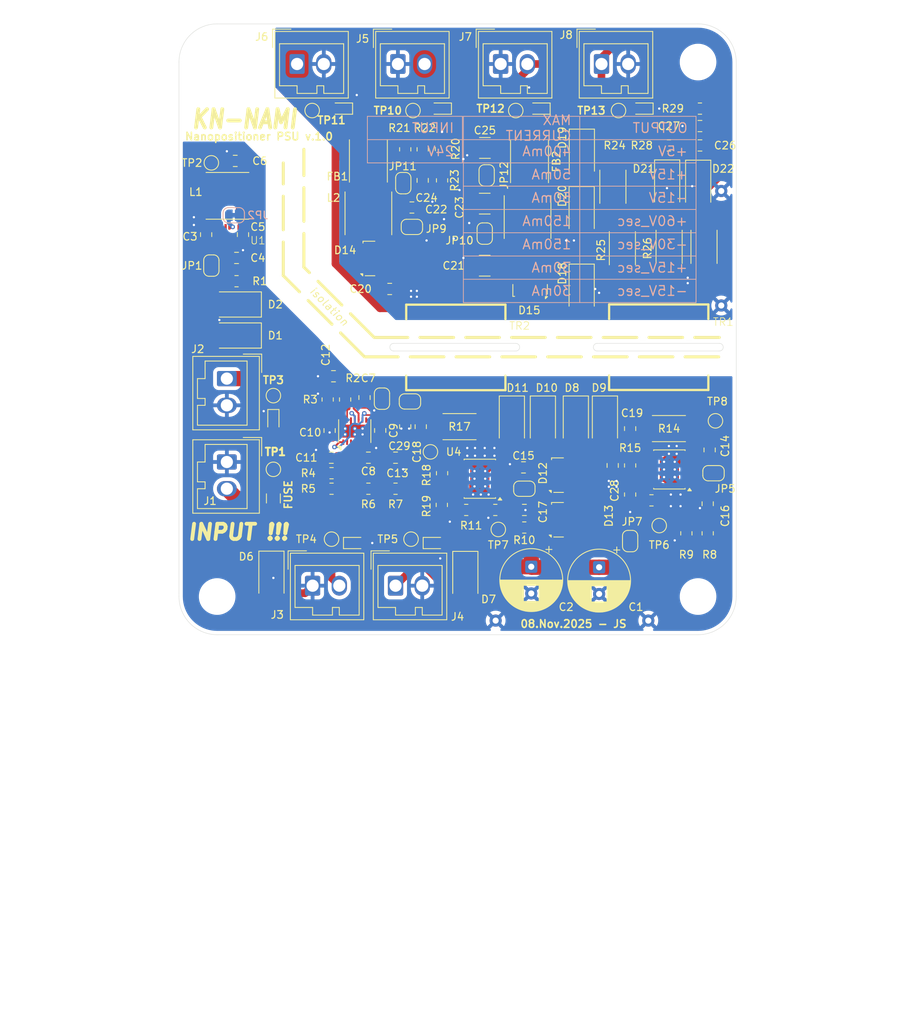
<source format=kicad_pcb>
(kicad_pcb (version 20241229) (generator "pcbnew") (generator_version "9.0")
  (layers (0 "F.Cu" signal) (2 "B.Cu" signal) (13 "F.Paste" user) (15 "B.Paste" user) (5 "F.SilkS" user "F.Silkscreen") (7 "B.SilkS" user "B.Silkscreen") (1 "F.Mask" user) (3 "B.Mask" user) (25 "Edge.Cuts" user))
  (net 0 "")
  (net 1 "GND")
  (net 2 "+24V")
  (net 3 "Net-(U1-Vcc)")
  (net 4 "+5V")
  (net 5 "Net-(U2-V_{OUT})")
  (net 6 "/+-15V_pri/C-")
  (net 7 "/+-15V_pri/C+")
  (net 8 "/+-15V_pri/BYP+")
  (net 9 "/+-15V_pri/BYP-")
  (net 10 "+15V_pri")
  (net 11 "-15V_pri")
  (net 12 "/+60V_-30V_sec/INTVcc")
  (net 13 "/+60V_-30V_sec/INTVcc'")
  (net 14 "/+60V_-30V_sec/Snub'")
  (net 15 "/+60V_-30V_sec/Snub")
  (net 16 "/+60V_-30V_sec/-L")
  (net 17 "GNDs")
  (net 18 "/+60V_-30V_sec/+L")
  (net 19 "Net-(JP4-B)")
  (net 20 "Net-(JP5-A)")
  (net 21 "-30V")
  (net 22 "+60V")
  (net 23 "+15V_sec")
  (net 24 "-15V_sec")
  (net 25 "/5V/LED")
  (net 26 "Net-(D4-K)")
  (net 27 "Net-(D5-A)")
  (net 28 "Net-(D8-K)")
  (net 29 "Net-(D8-A)")
  (net 30 "/+60V_-30V_sec/SW")
  (net 31 "Net-(D10-K)")
  (net 32 "Net-(D10-A)")
  (net 33 "/+60V_-30V_sec/SW'")
  (net 34 "/+60V_-30V_sec/sec2")
  (net 35 "Net-(D16-K)")
  (net 36 "Net-(D17-K)")
  (net 37 "Net-(D19-A)")
  (net 38 "Net-(D23-K)")
  (net 39 "Net-(D24-A)")
  (net 40 "/5V/fuse")
  (net 41 "Net-(JP1-B)")
  (net 42 "Net-(U1-LX)")
  (net 43 "/+-15V_pri/ADJ+")
  (net 44 "/+-15V_pri/ADJ-")
  (net 45 "/+60V_-30V_sec/EN")
  (net 46 "/+60V_-30V_sec/EN'")
  (net 47 "Net-(U3-Tc)")
  (net 48 "/+60V_-30V_sec/Rref")
  (net 49 "Net-(U4-Tc)")
  (net 50 "/+60V_-30V_sec/Rref'")
  (net 51 "/+60V_-30V_sec/RFB")
  (net 52 "/+60V_-30V_sec/RFB'")
  (net 53 "Net-(R20-Pad2)")
  (net 54 "Net-(R24-Pad2)")
  (net 55 "Net-(R25-Pad2)")
  (net 56 "/+60V_-30V_sec/sec1")
  (net 58 "Net-(TR1-Pad6)")
  (net 59 "/+60V_-30V_sec/power")
  (net 60 "Net-(JP11-A)")
  (net 61 "Net-(JP10-A)")
  (net 62 "Net-(JP2-B)")
  (net 63 "Net-(JP6-A)")
  (net 64 "Net-(JP13-B)")
  (footprint "Jumper:SolderJumper-2_P1.3mm_Bridged2Bar_RoundedPad1.0x1.5mm" (layer "F.Cu") (at 25.258 44.45)
    (property "Reference" "JP13" (hide yes))
    (property "Value" "SolderJumper_2_Bridged")
  )
  (footprint "TestPoint:TestPoint_Pad_D1.5mm" (layer "F.Cu") (at 36.83 61.214 180)
    (property "Reference" "TP7")
    (property "Value" "TestPoint")
  )
  (footprint "Capacitor_SMD:C_0805_2012Metric" (layer "F.Cu") (at -1.442 22.598 90)
    (property "Reference" "C3")
    (property "Value" "10u")
  )
  (footprint "Inductor_SMD:L_Wuerth_MAPI-5030" (layer "F.Cu") (at 19.812 19.812 -90)
    (property "Reference" "L2")
    (property "Value" "68uH")
  )
  (footprint "Package_SO:SOIC-8-1EP_3.9x4.9mm_P1.27mm_EP2.514x3.2mm_ThermalVias" (layer "F.Cu") (at 34.412 54.572 180)
    (property "Reference" "U4")
    (property "Value" "ADPL54203")
  )
  (footprint "MountingHole:MountingHole_4.3mm_M4_ISO14580" (layer "F.Cu") (at 0 70)
    (property "Reference" "H1" (hide yes))
    (property "Value" "MountingHole")
  )
  (footprint "Capacitor_SMD:C_0805_2012Metric" (layer "F.Cu") (at 63.246 8.382)
    (property "Reference" "C27")
    (property "Value" "1u")
  )
  (footprint "Package_SO:SOIC-8-1EP_3.9x4.9mm_P1.27mm_EP2.514x3.2mm_ThermalVias" (layer "F.Cu") (at 59.244 53.356 180)
    (property "Reference" "U3" (hide yes))
    (property "Value" "ADPL54203")
  )
  (footprint "Diode_SMD:D_SMA" (layer "F.Cu") (at 2.286 35.814 180)
    (property "Reference" "D1")
    (property "Value" "Z1SMA27")
  )
  (footprint "Resistor_SMD:R_0805_2012Metric" (layer "F.Cu") (at 63.246 6.096)
    (property "Reference" "R29")
    (property "Value" "1k")
  )
  (footprint "Fuse:Fuse_1206_3216Metric" (layer "F.Cu") (at 7.366 57.15 90)
    (property "Reference" "F1" (hide yes))
    (property "Value" "SBF32252ASTP")
  )
  (footprint "Diode_SMD:D_SMA" (layer "F.Cu") (at 47.776439 12.295638 -90)
    (property "Reference" "D19")
    (property "Value" "Z1SMA39")
  )
  (footprint "LED_SMD:LED_0603_1608Metric" (layer "F.Cu") (at 7.366 46.99 -90)
    (property "Reference" "D3" (hide yes))
    (property "Value" "LED")
  )
  (footprint "Resistor_SMD:R_0805_2012Metric" (layer "F.Cu") (at 16.764 44.196 -90)
    (property "Reference" "R2")
    (property "Value" "1.15M")
  )
  (footprint "Resistor_SMD:R_0805_2012Metric" (layer "F.Cu") (at 24.638 11.43 90)
    (property "Reference" "R21")
    (property "Value" "1k")
  )
  (footprint "Capacitor_SMD:C_0805_2012Metric" (layer "F.Cu") (at 2.54 25.654)
    (property "Reference" "C4")
    (property "Value" "1u")
  )
  (footprint "Resistor_SMD:R_0805_2012Metric" (layer "F.Cu") (at 54.102 52.832 -90)
    (property "Reference" "R15")
    (property "Value" "149k")
  )
  (footprint "Capacitor_SMD:C_1210_3225Metric" (layer "F.Cu") (at 35.076439 11.247638)
    (property "Reference" "C25")
    (property "Value" "10u")
  )
  (footprint "Resistor_SMD:R_2512_6332Metric" (layer "F.Cu") (at 59.182 48.006)
    (property "Reference" "R14")
    (property "Value" "39R")
  )
  (footprint "LED_SMD:LED_0603_1608Metric" (layer "F.Cu") (at 16.256 6.096 180)
    (property "Reference" "D16" (hide yes))
    (property "Value" "LED")
  )
  (footprint "Capacitor_SMD:C_0805_2012Metric" (layer "F.Cu") (at 19.812 51.816)
    (property "Reference" "C8")
    (property "Value" "10u")
  )
  (footprint "Jumper:SolderJumper-2_P1.3mm_Open_RoundedPad1.0x1.5mm" (layer "F.Cu") (at 35.306 14.844 -90)
    (property "Reference" "JP12")
    (property "Value" "SolderJumper_2_Open")
  )
  (footprint "Jumper:SolderJumper-2_P1.3mm_Bridged2Bar_RoundedPad1.0x1.5mm" (layer "F.Cu") (at 21.59 44.084 -90)
    (property "Reference" "JP4" (hide yes))
    (property "Value" "SolderJumper_2_Bridged")
  )
  (footprint "TestPoint:TestPoint_Pad_D1.5mm" (layer "F.Cu") (at 14.986 62.484)
    (property "Reference" "TP4")
    (property "Value" "TestPoint")
  )
  (footprint "Resistor_SMD:R_0805_2012Metric" (layer "F.Cu") (at 2.54 28.702)
    (property "Reference" "R1")
    (property "Value" "500R")
  )
  (footprint "Library:750313445" (layer "F.Cu") (at 35.566439 45.172759 180)
    (property "Reference" "TR2")
    (property "Value" "750313445")
  )
  (footprint "Jumper:SolderJumper-2_P1.3mm_Open_RoundedPad1.0x1.5mm" (layer "F.Cu") (at 24.384 15.86 90)
    (property "Reference" "JP11")
    (property "Value" "SolderJumper_2_Open")
  )
  (footprint "Resistor_SMD:R_2512_6332Metric" (layer "F.Cu") (at 51.840439 16.327638 -90)
    (property "Reference" "R24")
    (property "Value" "500R")
  )
  (footprint "MountingHole:MountingHole_4.3mm_M4_ISO14580" (layer "F.Cu") (at 63 70)
    (property "Reference" "H2" (hide yes))
    (property "Value" "MountingHole")
  )
  (footprint "Jumper:SolderJumper-2_P1.3mm_Bridged2Bar_RoundedPad1.0x1.5mm" (layer "F.Cu") (at 54.102 62.738 -90)
    (property "Reference" "JP7")
    (property "Value" "SolderJumper_2_Bridged")
  )
  (footprint "Resistor_SMD:R_0805_2012Metric" (layer "F.Cu") (at 61.468 61.722 90)
    (property "Reference" "R9")
    (property "Value" "48k")
  )
  (footprint "MountingHole:MountingHole_4.3mm_M4_ISO14580" (layer "F.Cu") (at 63 0)
    (property "Reference" "H3" (hide yes))
    (property "Value" "MountingHole")
  )
  (footprint "Capacitor_THT:C_Axial_L12.0mm_D6.5mm_P20.00mm_Horizontal" (layer "F.Cu") (at 36.482 73.152)
    (property "Reference" "JP3" (hide yes))
    (property "Value" "Jumper_2_Bridged")
  )
  (footprint "Capacitor_SMD:C_0805_2012Metric" (layer "F.Cu") (at 26.924 15.494 90)
    (property "Reference" "C24")
    (property "Value" "10u")
  )
  (footprint "Resistor_SMD:R_0805_2012Metric" (layer "F.Cu") (at 54.102 56.642 -90)
    (property "Reference" "R16" (hide yes))
    (property "Value" "10k")
  )
  (footprint "MountingHole:MountingHole_4.3mm_M4_ISO14580" (layer "F.Cu") (at 0 0)
    (property "Reference" "H4" (hide yes))
    (property "Value" "MountingHole")
  )
  (footprint "Jumper:SolderJumper-2_P1.3mm_Open_RoundedPad1.0x1.5mm" (layer "F.Cu") (at 35.052 22.464 -90)
    (property "Reference" "JP10")
    (property "Value" "SolderJumper_2_Open")
  )
  (footprint "Inductor_SMD:L_Wuerth_MAPI-5030" (layer "F.Cu") (at 1.352 17.518)
    (property "Reference" "L1")
    (property "Value" "68uH")
  )
  (footprint "Inductor_SMD:L_Coilcraft_1515SQ-68N" (layer "F.Cu") (at 40.918439 13.025638 90)
    (property "Reference" "FB2")
    (property "Value" "SPB0705-R12M")
  )
  (footprint "Resistor_SMD:R_2512_6332Metric" (layer "F.Cu") (at 59.206439 24.201638 90)
    (property "Reference" "R26")
    (property "Value" "500R")
  )
  (footprint "Package_TO_SOT_SMD:TO-277A" (layer "F.Cu") (at 22.264439 25.725638 90)
    (property "Reference" "D14")
    (property "Value" "V8PM10S")
  )
  (footprint "Capacitor_SMD:C_0805_2012Metric" (layer "F.Cu") (at 51.816 52.832 -90)
    (property "Reference" "C28")
    (property "Value" "10u")
  )
  (footprint "Capacitor_SMD:C_0805_2012Metric" (layer "F.Cu") (at 21.3605 48.251 -90)
    (property "Reference" "C9")
    (property "Value" "1u")
  )
  (footprint "Resistor_SMD:R_0805_2012Metric" (layer "F.Cu") (at 14.478 44.196 90)
    (property "Reference" "R3")
    (property "Value" "100k")
  )
  (footprint "Diode_SMD:D_SMA" (layer "F.Cu") (at 32.512 67.596 -90)
    (property "Reference" "D7")
    (property "Value" "Z1SMA16")
  )
  (footprint "Resistor_SMD:R_2512_6332Metric" (layer "F.Cu") (at 31.75 47.752)
    (property "Reference" "R17")
    (property "Value" "39R")
  )
  (footprint "Resistor_SMD:R_0805_2012Metric" (layer "F.Cu") (at 23.368 55.88 180)
    (property "Reference" "R7")
    (property "Value" "1k")
  )
  (footprint "LED_SMD:LED_0603_1608Metric" (layer "F.Cu") (at 55.626 6.096 180)
    (property "Reference" "D24" (hide yes))
    (property "Value" "LED")
  )
  (footprint "TestPoint:TestPoint_Pad_D1.5mm" (layer "F.Cu") (at 52.578 6.35)
    (property "Reference" "TP13")
    (property "Value" "TestPoint")
  )
  (footprint "Resistor_SMD:R_0805_2012Metric" (layer "F.Cu") (at 36.438 58.6595)
    (property "Reference" "R11")
    (property "Value" "48k")
  )
  (footprint "Connector_Wago:Wago_734-132_1x02_P3.50mm_Vertical" (layer "F.Cu") (at 1.27 52.38 -90)
    (property "Reference" "J1")
    (property "Value" "Conn_01x02_Socket")
  )
  (footprint "Diode_SMD:D_SMA" (layer "F.Cu") (at 42.672 47.244 -90)
    (property "Reference" "D10")
    (property "Value" "Z1SMA39")
  )
  (footprint "Jumper:SolderJumper-2_P1.3mm_Bridged2Bar_RoundedPad1.0x1.5mm" (layer "F.Cu") (at 40.244 55.88)
    (property "Reference" "JP6" (hide yes))
    (property "Value" "SolderJumper_2_Bridged")
  )
  (footprint "Resistor_SMD:R_0805_2012Metric" (layer "F.Cu") (at 40.2355 60.96 180)
    (property "Reference" "R10")
    (property "Value" "680k")
  )
  (footprint "LED_SMD:LED_0603_1608Metric" (layer "F.Cu") (at 28.4735 62.992)
    (property "Reference" "D5" (hide yes))
    (property "Value" "LED")
  )
  (footprint "Capacitor_SMD:C_1210_3225Metric" (layer "F.Cu") (at 35.052 18.542)
    (property "Reference" "C23")
    (property "Value" "10u")
  )
  (footprint "Capacitor_SMD:C_0805_2012Metric" (layer "F.Cu") (at 3.384 22.598 90)
    (property "Reference" "C5")
    (property "Value" "10u")
  )
  (footprint "Capacitor_SMD:C_0805_2012Metric" (layer "F.Cu") (at 64.516 50.8 -90)
    (property "Reference" "C14")
    (property "Value" "10u")
  )
  (footprint "TestPoint:TestPoint_Pad_D1.5mm" (layer "F.Cu") (at 12.446 6.35)
    (property "Reference" "TP11")
    (property "Value" "TestPoint")
  )
  (footprint "Package_TO_SOT_SMD:TO-277A" (layer "F.Cu") (at 46.966 54.102 90)
    (property "Reference" "D12")
    (property "Value" "V8PM10S")
  )
  (footprint "Library:ADPL16000footprint" (layer "F.Cu") (at -2.594 16.082)
    (property "Reference" "U1")
    (property "Value" "ADPL16000B")
  )
  (footprint "Diode_SMD:D_SMA" (layer "F.Cu") (at 47.752 29.972 -90)
    (property "Reference" "D18")
    (property "Value" "Z1SMA39")
  )
  (footprint "Resistor_SMD:R_0805_2012Metric" (layer "F.Cu") (at 26.924 11.43 -90)
    (property "Reference" "R20")
    (property "Value" "1k")
  )
  (footprint "Jumper:SolderJumper-2_P1.3mm_Bridged2Bar_RoundedPad1.0x1.5mm" (layer "F.Cu") (at 65.024 53.848)
    (property "Reference" "JP5")
    (property "Value" "SolderJumper_2_Bridged")
  )
  (footprint "Resistor_SMD:R_0805_2012Metric" (layer "F.Cu") (at 56.896 57.404)
    (property "Reference" "R12" (hide yes))
    (property "Value" "115k")
  )
  (footprint "Diode_SMD:D_SMA" (layer "F.Cu") (at 46.99 47.244 -90)
    (property "Reference" "D8")
    (property "Value" "Z1SMA39")
  )
  (footprint "Inductor_SMD:L_Wuerth_MAPI-5030" (layer "F.Cu") (at 40.664439 20.303638 90)
    (property "Reference" "L3" (hide yes))
    (property "Value" "68uH")
  )
  (footprint "LED_SMD:LED_0603_1608Metric" (layer "F.Cu") (at 29.21 6.096 180)
    (property "Reference" "D17" (hide yes))
    (property "Value" "LED")
  )
  (footprint "Package_DFN_QFN:DFN-14-1EP_3x4mm_P0.5mm_EP1.7x3.3mm" (layer "F.Cu") (at 18.026 48.334 90)
    (property "Reference" "U2" (hide yes))
    (property "Value" "LTC3260xDE")
  )
  (footprint "LED_SMD:LED_0603_1608Metric" (layer "F.Cu") (at 42.1385 6.096 180)
    (property "Reference" "D23" (hide yes))
    (property "Value" "LED")
  )
  (footprint "Capacitor_SMD:C_0805_2012Metric" (layer "F.Cu") (at 2.368 12.946)
    (property "Reference" "C6")
    (property "Value" "10u")
  )
  (footprint "Capacitor_SMD:C_0805_2012Metric" (layer "F.Cu") (at 22.606 29.718)
    (property "Reference" "C20")
    (property "Value" "10u")
  )
  (footprint "TestPoint:TestPoint_Pad_D1.5mm" (layer "F.Cu") (at 25.4 62.484)
    (property "Reference" "TP5")
    (property "Value" "TestPoint")
  )
  (footprint "TestPoint:TestPoint_Pad_D1.5mm" (layer "F.Cu") (at -0.762 13.2)
    (property "Reference" "TP2")
    (property "Value" "TestPoint")
  )
  (footprint "Capacitor_SMD:C_0805_2012Metric" (layer "F.Cu") (at 25.512 19.05)
    (property "Reference" "C22")
    (property "Value" "10u")
  )
  (footprint "Package_TO_SOT_SMD:TO-277A" (layer "F.Cu") (at 46.966 59.944 90)
    (property "Reference" "D13")
    (property "Value" "V8PM10S")
  )
  (footprint "TestPoint:TestPoint_Pad_D1.5mm" (layer "F.Cu") (at 27.94 51.054 90)
    (property "Reference" "TP9" (hide yes))
    (property "Value" "TestPoint")
  )
  (footprint "Capacitor_SMD:C_0805_2012Metric" (layer "F.Cu") (at 14.954 51.816)
    (property "Reference" "C11")
    (property "Value" "10n")
  )
  (footprint "Diode_SMD:D_SMA" (layer "F.Cu") (at 63.016439 16.359638 -90)
    (property "Reference" "D22")
    (property "Value" "Z1SMA15")
  )
  (footprint "Jumper:SolderJumper-2_P1.3mm_Bridged2Bar_RoundedPad1.0x1.5mm" (layer "F.Cu") (at -0.761 26.655 90)
    (property "Reference" "JP1")
    (property "Value" "SolderJumper_2_Bridged")
  )
  (footprint "TestPoint:TestPoint_Pad_D1.5mm" (layer "F.Cu") (at 39.116 6.35)
    (property "Reference" "TP12")
    (property "Value" "TestPoint")
  )
  (footprint "Capacitor_SMD:C_0805_2012Metric" (layer "F.Cu") (at 19.304 43.942 90)
    (property "Reference" "C7")
    (property "Value" "10u")
  )
  (footprint "Resistor_SMD:R_2512_6332Metric" (layer "F.Cu") (at 53.086 24.384 -90)
    (property "Reference" "R25")
    (property "Value" "500R")
  )
  (footprint "TestPoint:TestPoint_Pad_D1.5mm" (layer "F.Cu") (at 65.278 46.99 90)
    (property "Reference" "TP8")
    (property "Value" "TestPoint")
  )
  (footprint "Package_TO_SOT_SMD:TO-277A" (layer "F.Cu") (at 40.996439 27.527638 180)
    (property "Reference" "D15")
    (property "Value" "V8PM10S")
  )
  (footprint "Resistor_SMD:R_0805_2012Metric" (layer "F.Cu") (at 59.182 10.922 180)
    (property "Reference" "R28")
    (property "Value" "1k")
  )
  (footprint "Resistor_SMD:R_2512_6332Metric" (layer "F.Cu") (at 63.778439 24.201638 -90)
    (property "Reference" "R27" (hide yes))
    (property "Value" "500R")
  )
  (footprint "Capacitor_SMD:C_0805_2012Metric" (layer "F.Cu") (at 54.102 48.006 90)
    (property "Reference" "C19")
    (property "Value" "1n")
  )
  (footprint "Capacitor_SMD:C_0805_2012Metric" (layer "F.Cu") (at 24.638 47.752 -90)
    (property "Reference" "C29")
    (property "Value" "10u")
  )
  (footprint "Capacitor_THT:C_Axial_L12.0mm_D6.5mm_P15.00mm_Horizontal" (layer "F.Cu") (at 66.04 31.884 90)
    (property "Reference" "JP8" (hide yes))
    (property "Value" "Jumper_2_Bridged")
  )
  (footprint "Inductor_SMD:L_Coilcraft_1515SQ-68N" (layer "F.Cu") (at 19.812 12.954 90)
    (property "Reference" "FB1")
    (property "Value" "SPB0705-R12M")
  )
  (footprint "LED_SMD:LED_0603_1608Metric" (layer "F.Cu") (at 18.034 62.992)
    (property "Reference" "D4" (hide yes))
    (property "Value" "LED")
  )
  (footprint "Capacitor_SMD:C_0805_2012Metric" (layer "F.Cu") (at 26.67 47.752 90)
    (property "Reference" "C18")
    (property "Value" "1n")
  )
  (footprint "Resistor_SMD:R_0805_2012Metric" (layer "F.Cu") (at 29.3135 11.383 90)
    (property "Reference" "R22")
    (property "Value" "10k")
  )
  (footprint "Capacitor_SMD:C_0805_2012Metric" (layer "F.Cu") (at 40.248 58.6595)
    (property "Reference" "C17")
    (property "Value" "1u")
  )
  (footprint "Capacitor_SMD:C_0805_2012Metric" (layer "F.Cu") (at 14.732 48.26 -90)
    (property "Reference" "C10")
    (property "Value" "10n")
  )
  (footprint "Capacitor_SMD:C_0805_2012Metric" (layer "F.Cu") (at 23.368 51.816)
    (property "Reference" "C13")
    (property "Value" "10u")
  )
  (footprint "Diode_SMD:D_SMA" (layer "F.Cu") (at 2.286 31.75 180)
    (property "Reference" "D2")
    (property "Value" "Z1SMA5.6")
  )
  (footprint "Capacitor_SMD:C_0805_2012Metric" (layer "F.Cu") (at 15.24 41.148)
    (property "Reference" "C12")
    (property "Value" "10u")
  )
  (footprint "Connector_Wago:Wago_734-132_1x02_P3.50mm_Vertical" (layer "F.Cu") (at 10.47 0.254)
    (property "Reference" "J6")
    (property "Value" "Conn_01x02_Socket")
  )
  (footprint "TestPoint:TestPoint_Pad_D1.5mm" (layer "F.Cu") (at 57.912 60.706 90)
    (property "Reference" "TP6")
    (property "Value" "TestPoint")
  )
  (footprint "Capacitor_THT:CP_Radial_D8.0mm_P3.50mm" (layer "F.Cu") (at 41.148 66.096 -90)
    (property "Reference" "C2")
    (property "Value" "220u")
  )
  (footprint "Diode_SMD:D_SMA" (layer "F.Cu") (at 50.8 47.244 -90)
    (property "Reference" "D9")
    (property "Value" "Z1SMA15")
  )
  (footprint "Resistor_SMD:R_0805_2012Metric" (layer "F.Cu") (at 29.4295 58.001 -90)
    (property "Reference" "R19")
    (property "Value" "10k")
  )
  (footprint "Capacitor_SMD:C_0805_2012Metric" (layer "F.Cu") (at 64.262 57.846 -90)
    (property "Reference" "C16")
    (property "Value" "1u")
  )
  (footprint "Connector_Wago:Wago_734-132_1x02_P3.50mm_Vertical" (layer "F.Cu") (at 23.368 68.58)
    (property "Reference" "J4")
    (property "Value" "Conn_01x02_Socket")
  )
  (footprint "Connector_Wago:Wago_734-132_1x02_P3.50mm_Vertical" (layer "F.Cu") (at 12.502 68.58)
    (property "Reference" "J3")
    (property "Value" "Conn_01x02_Socket")
  )
  (footprint "TestPoint:TestPoint_Pad_D1.5mm" (layer "F.Cu") (at 7.366 43.688)
    (property "Reference" "TP3")
    (property "Value" "TestPoint")
  )
  (footprint "Capacitor_SMD:C_0805_2012Metric" (layer "F.Cu") (at 63.246 10.922)
    (property "Reference" "C26")
    (property "Value" "1u")
  )
  (footprint "Jumper:SolderJumper-2_P1.3mm_Open_RoundedPad1.0x1.5mm" (layer "F.Cu") (at 25.512 21.59)
    (property "Reference" "JP9")
    (property "Value" "SolderJumper_2_Open")
  )
  (footprint "Capacitor_THT:CP_Radial_D8.0mm_P3.50mm" (layer "F.Cu") (at 50.038 66.165349 -90)
    (property "Reference" "C1")
    (property "Value" "220u")
  )
  (footprint "Connector_Wago:Wago_734-132_1x02_P3.50mm_Vertical" (layer "F.Cu") (at 1.27 41.458 -90)
    (property "Reference" "J2")
    (property "Value" "Conn_01x02_Socket")
  )
  (footprint "Diode_SMD:D_SMA" (layer "F.Cu") (at 58.952439 16.327638 -90)
    (property "Reference" "D21")
    (property "Value" "Z1SMA15")
  )
  (footprint "Diode_SMD:D_SMA" (layer "F.Cu") (at 38.608 47.244 -90)
    (property "Reference" "D11")
    (property "Value" "Z1SMA15")
  )
  (footprint "Resistor_SMD:R_0805_2012Metric" (layer "F.Cu") (at 29.464 15.494 -90)
    (property "Reference" "R23")
    (property "Value" "10k")
  )
  (footprint "Resistor_SMD:R_0805_2012Metric" (layer "F.Cu") (at 32.628 58.6595)
    (property "Reference" "R13" (hide yes))
    (property "Value" "115k")
  )
  (footprint "Diode_SMD:D_SMA" (layer "F.Cu") (at 7.112 67.564 -90)
    (property "Reference" "D6")
    (property "Value" "Z1SMA16")
  )
  (footprint "Library:750313445" (layer "F.Cu") (at 62.147439 45.148258 180)
    (property "Reference" "TR1")
    (property "Value" "750313445")
  )
  (footprint "Resistor_SMD:R_0805_2012Metric" (layer "F.Cu") (at 19.812 55.88)
    (property "Reference" "R6")
    (property "Value" "1k")
  )
  (footprint "Connector_Wago:Wago_734-132_1x02_P3.50mm_Vertical" (layer "F.Cu") (at 37.14 0.254)
    (property "Reference" "J7")
    (property "Value" "Conn_01x02_Socket")
  )
  (footprint "TestPoint:TestPoint_Pad_D1.5mm" (layer "F.Cu") (at 7.366 53.34)
    (property "Reference" "TP1")
    (property "Value" "TestPoint")
  )
  (footprint "Connector_Wago:Wago_734-132_1x02_P3.50mm_Vertical" (layer "F.Cu") (at 50.348 0.254)
    (property "Reference" "J8")
    (property "Value" "Conn_01x02_Socket")
  )
  (footprint "TestPoint:TestPoint_Pad_D1.5mm" (layer "F.Cu") (at 25.654 6.35)
    (property "Reference" "TP10")
    (property "Value" "TestPoint")
  )
  (footprint "Connector_Wago:Wago_734-132_1x02_P3.50mm_Vertical" (layer "F.Cu") (at 23.678 0.254)
    (property "Reference" "J5")
    (property "Value" "Conn_01x02_Socket")
  )
  (footprint "Resistor_SMD:R_0805_2012Metric" (layer "F.Cu") (at 29.464 53.848 -90)
    (property "Reference" "R18")
    (property "Value" "150k")
  )
  (footprint "Capacitor_SMD:C_0805_2012Metric" (layer "F.Cu") (at 40.132 53.086)
    (property "Reference" "C15")
    (property "Value" "10u")
  )
  (footprint "Diode_SMD:D_SMA" (layer "F.Cu") (at 47.752 19.812 -90)
    (property "Reference" "D20")
    (property "Value" "Z1SMA39")
  )
  (footprint "Resistor_SMD:R_0805_2012Metric" (layer "F.Cu") (at 14.986 53.848)
    (property "Reference" "R4")
    (property "Value" "100k")
  )
  (footprint "Resistor_SMD:R_0805_2012Metric" (layer "F.Cu") (at 14.986 55.88)
    (property "Reference" "R5")
    (property "Value" "1.15M")
  )
  (footprint "Resistor_SMD:R_0805_2012Metric" (layer "F.Cu") (at 64.262 61.722 90)
    (property "Reference" "R8")
    (property "Value" "680k")
  )
  (footprint "Capacitor_SMD:C_1210_3225Metric" (layer "F.Cu") (at 35.052 26.67)
    (property "Reference" "C21")
    (property "Value" "10u")
  )
  (footprint "Jumper:SolderJumper-2_P1.3mm_Bridged_RoundedPad1.0x1.5mm" (layer "B.Cu") (at 2.174 20.066 180)
    (property "Reference" "JP2")
    (property "Value" "SolderJumper_2_Open")
  )
  (gr_line (start 11.361443 26.855443) (end 11.361443 11.43) (stroke (width 0.4) (type dash)) (layer "F.SilkS"))
  (gr_line (start 20.574 36.068) (end 11.361443 26.855443) (stroke (width 0.4) (type dash)) (layer "F.SilkS"))
  (gr_line (start 20.574 36.068) (end 65.786 36.068) (stroke (width 0.4) (type dash)) (layer "F.SilkS"))
  (gr_line (start 19.304 38.608) (end 67.056 38.608) (stroke (width 0.4) (type dash)) (layer "F.SilkS"))
  (gr_line (start 8.663552 27.967552) (end 8.663552 13.208) (stroke (width 0.4) (type dash)) (layer "F.SilkS"))
  (gr_line (start 19.276447 38.580447) (end 8.663552 27.967552) (stroke (width 0.4) (type dash)) (layer "F.SilkS"))
  (gr_line (start 0 75) (end 63 75) (stroke (width 0.05)) (layer "Edge.Cuts"))
  (gr_line (start 68 70) (end 68 69.342) (stroke (width 0.05)) (layer "Edge.Cuts"))
  (gr_line (start 23.11921 37.846) (end 39.116 37.846) (stroke (width 0.05)) (layer "Edge.Cuts"))
  (gr_arc (start -5 0) (mid -3.535537 -3.535531) (end -0.000009 -5) (stroke (width 0.05)) (layer "Edge.Cuts"))
  (gr_line (start 49.78921 37.846) (end 65.786 37.846) (stroke (width 0.05)) (layer "Edge.Cuts"))
  (gr_arc (start 68 70) (mid 66.535534 73.535534) (end 63 75) (stroke (width 0.05)) (layer "Edge.Cuts"))
  (gr_line (start 63 -5) (end 0 -5) (stroke (width 0.05)) (layer "Edge.Cuts"))
  (gr_arc (start 39.125452 36.839688) (mid 39.628608 37.342844) (end 39.125452 37.846) (stroke (width 0.05)) (layer "Edge.Cuts"))
  (gr_line (start 39.125452 36.839689) (end 23.11921 36.839688) (stroke (width 0.05)) (layer "Edge.Cuts"))
  (gr_line (start -5 0) (end -5 69.596) (stroke (width 0.05)) (layer "Edge.Cuts"))
  (gr_arc (start 23.11921 37.846) (mid 22.616054 37.342844) (end 23.11921 36.839688) (stroke (width 0.05)) (layer "Edge.Cuts"))
  (gr_arc (start 49.78921 37.846) (mid 49.286054 37.342844) (end 49.78921 36.839688) (stroke (width 0.05)) (layer "Edge.Cuts"))
  (gr_arc (start 0 75) (mid -3.535525 73.535543) (end -5 70.000026) (stroke (width 0.05)) (layer "Edge.Cuts"))
  (gr_arc (start 65.795452 36.839688) (mid 66.298608 37.342844) (end 65.795452 37.846) (stroke (width 0.05)) (layer "Edge.Cuts"))
  (gr_line (start -5 69.596) (end -5 70.000026) (stroke (width 0.05)) (layer "Edge.Cuts"))
  (gr_arc (start 63 -5) (mid 66.535534 -3.535534) (end 68 0) (stroke (width 0.05)) (layer "Edge.Cuts"))
  (gr_line (start 65.795452 36.839689) (end 49.78921 36.839688) (stroke (width 0.05)) (layer "Edge.Cuts"))
  (gr_line (start 68 69.342) (end 68 0) (stroke (width 0.05)) (layer "Edge.Cuts"))
  (gr_text "isolation" (at 11.938 30.1 315) (layer "F.SilkS") (effects (font (size 1 1) (thickness 0.125) (italic yes)) (justify left bottom)))
  (gr_text "INPUT !!!" (at -4.064 62.738 0) (layer "F.SilkS") (effects (font (size 2 2) (thickness 0.5) (bold yes) (italic yes)) (justify left bottom)))
  (gr_text "KN-NAMI" (at -3.556 8.89 0) (layer "F.SilkS") (effects (font (size 2.4 2) (thickness 0.5) (bold yes) (italic yes)) (justify left bottom)))
  (gr_text "08.Nov.2025 - JS" (at 39.624 74.168 0) (layer "F.SilkS") (effects (font (size 1 1) (thickness 0.2) (bold yes)) (justify left bottom)))
  (gr_text "Nanopositioner PSU v.1.0\n\n" (at -4.318 11.938 0) (layer "F.SilkS") (effects (font (size 1 1) (thickness 0.2) (bold yes)) (justify left bottom)))
  (gr_text "FUSE\n" (at 9.906 58.674 90) (layer "F.SilkS") (effects (font (size 1 1) (thickness 0.2) (bold yes)) (justify left bottom)))
  (table (column_count 2) (layer "B.SilkS") (border (external yes) (header yes) (stroke (width 0.1))) (separators (rows yes) (cols yes) (stroke (width 0.1))) (column_widths 15.24 15.24) (row_heights 3.048 3.048 3.048 3.048 3.048 3.048 3.048 3.048) (cells (table_cell "MAX CURRENT" (start 32.258 7.112) (end 47.498 10.16) (margins 1.0025 1.0025 1.0025 1.0025) (span 1 1) (layer "B.SilkS") (effects (font (size 1.27 1.27)) (justify left mirror))) (table_cell "OUTPUT" (start 47.498 7.112) (end 62.738 10.16) (margins 1.0025 1.0025 1.0025 1.0025) (span 1 1) (layer "B.SilkS") (effects (font (size 1.27 1.27)) (justify left mirror))) (table_cell "400mA" (start 32.258 10.16) (end 47.498 13.208) (margins 1.0025 1.0025 1.0025 1.0025) (span 1 1) (layer "B.SilkS") (effects (font (size 1.27 1.27)) (justify left mirror))) (table_cell "+5V" (start 47.498 10.16) (end 62.738 13.208) (margins 1.0025 1.0025 1.0025 1.0025) (span 1 1) (layer "B.SilkS") (effects (font (size 1.27 1.27)) (justify left mirror))) (table_cell "50mA" (start 32.258 13.208) (end 47.498 16.256) (margins 1.0025 1.0025 1.0025 1.0025) (span 1 1) (layer "B.SilkS") (effects (font (size 1.27 1.27)) (justify left mirror))) (table_cell "+15V" (start 47.498 13.208) (end 62.738 16.256) (margins 1.0025 1.0025 1.0025 1.0025) (span 1 1) (layer "B.SilkS") (effects (font (size 1.27 1.27)) (justify left mirror))) (table_cell "50mA" (start 32.258 16.256) (end 47.498 19.304) (margins 1.0025 1.0025 1.0025 1.0025) (span 1 1) (layer "B.SilkS") (effects (font (size 1.27 1.27)) (justify left mirror))) (table_cell "-15V" (start 47.498 16.256) (end 62.738 19.304) (margins 1.0025 1.0025 1.0025 1.0025) (span 1 1) (layer "B.SilkS") (effects (font (size 1.27 1.27)) (justify left mirror))) (table_cell "150mA" (start 32.258 19.304) (end 47.498 22.352) (margins 1.0025 1.0025 1.0025 1.0025) (span 1 1) (layer "B.SilkS") (effects (font (size 1.27 1.27)) (justify left mirror))) (table_cell "+60V_sec" (start 47.498 19.304) (end 62.738 22.352) (margins 1.0025 1.0025 1.0025 1.0025) (span 1 1) (layer "B.SilkS") (effects (font (size 1.27 1.27)) (justify left mirror))) (table_cell "150mA" (start 32.258 22.352) (end 47.498 25.4) (margins 1.0025 1.0025 1.0025 1.0025) (span 1 1) (layer "B.SilkS") (effects (font (size 1.27 1.27)) (justify left mirror))) (table_cell "-30V_sec" (start 47.498 22.352) (end 62.738 25.4) (margins 1.0025 1.0025 1.0025 1.0025) (span 1 1) (layer "B.SilkS") (effects (font (size 1.27 1.27)) (justify left mirror))) (table_cell "30mA" (start 32.258 25.4) (end 47.498 28.448) (margins 1.0025 1.0025 1.0025 1.0025) (span 1 1) (layer "B.SilkS") (effects (font (size 1.27 1.27)) (justify left mirror))) (table_cell "+15V_sec" (start 47.498 25.4) (end 62.738 28.448) (margins 1.0025 1.0025 1.0025 1.0025) (span 1 1) (layer "B.SilkS") (effects (font (size 1.27 1.27)) (justify left mirror))) (table_cell "30mA" (start 32.258 28.448) (end 47.498 31.496) (margins 1.0025 1.0025 1.0025 1.0025) (span 1 1) (layer "B.SilkS") (effects (font (size 1.27 1.27)) (justify left mirror))) (table_cell "-15V_sec" (start 47.498 28.448) (end 62.738 31.496) (margins 1.0025 1.0025 1.0025 1.0025) (span 1 1) (layer "B.SilkS") (effects (font (size 1.27 1.27)) (justify left mirror)))))
  (table (column_count 1) (layer "B.SilkS") (border (external yes) (header yes) (stroke (width 0.1))) (separators (rows yes) (cols yes) (stroke (width 0.1))) (column_widths 12.446) (row_heights 3.048 3.048) (cells (table_cell "INPUT" (start 19.685 7.112) (end 32.131 10.16) (margins 1.0025 1.0025 1.0025 1.0025) (span 1 1) (layer "B.SilkS") (effects (font (size 1.27 1.27)) (justify left mirror))) (table_cell "24V" (start 19.685 10.16) (end 32.131 13.208) (margins 1.0025 1.0025 1.0025 1.0025) (span 1 1) (layer "B.SilkS") (effects (font (size 1.27 1.27)) (justify left mirror)))))
  (segment (start 35.052 50.546) (end 35.052 52.07) (width 1) (layer "F.Cu") (net 1))
  (segment (start 0.28942 22.352) (end -0.738 22.352) (width 0.25) (layer "F.Cu") (net 1))
  (segment (start 36.322 50.546) (end 36.322 51.562) (width 1) (layer "F.Cu") (net 1))
  (segment (start 20.762 51.816) (end 20.762 51.276) (width 1) (layer "F.Cu") (net 1))
  (segment (start -3.048 21.336) (end -3.048 20.32) (width 2) (layer "F.Cu") (net 1))
  (segment (start 29.226501 65.007499) (end 29.815001 65.596) (width 1) (layer "F.Cu") (net 1))
  (segment (start 0.286 33.782) (end 0.286 35.814) (width 1) (layer "F.Cu") (net 1))
  (segment (start 61.468 62.6345) (end 59.9565 62.6345) (width 1) (layer "F.Cu") (net 1))
  (segment (start 7.112 67.818) (end 7.366 67.564) (width 1) (layer "F.Cu") (net 1))
  (segment (start 59.944 55.9055) (end 60.43925 56.40075) (width 1) (layer "F.Cu") (net 1))
  (segment (start 36.017 52.667) (end 35.112 53.572) (width 1) (layer "F.Cu") (net 1))
  (segment (start 54.102 57.5545) (end 54.102 58.928) (width 1) (layer "F.Cu") (net 1))
  (segment (start 39.182 53.086) (end 38.763 52.667) (width 1) (layer "F.Cu") (net 1))
  (segment (start 36.322 51.562) (end 36.068 51.562) (width 1) (layer "F.Cu") (net 1))
  (segment (start 59.436 56.642) (end 59.436 55.248) (width 1) (layer "F.Cu") (net 1))
  (segment (start 24.318 51.816) (end 24.318 53.274) (width 1) (layer "F.Cu") (net 1))
  (segment (start 59.436 58.166) (end 60.6805 58.166) (width 1) (layer "F.Cu") (net 1))
  (segment (start 41.1835 58.674) (end 41.198 58.6595) (width 0.5) (layer "F.Cu") (net 1))
  (segment (start 40.386 58.674) (end 41.1835 58.674) (width 0.5) (layer "F.Cu") (net 1))
  (segment (start 27.686 63.466999) (end 29.226501 65.007499) (width 1) (layer "F.Cu") (net 1))
  (segment (start 17.026 49.784) (end 17.026 49.334) (width 0.25) (layer "F.Cu") (net 1))
  (segment (start 59.436 56.642) (end 59.436 58.166) (width 1) (layer "F.Cu") (net 1))
  (segment (start 60.198 50.292) (end 59.182 50.292) (width 1) (layer "F.Cu") (net 1))
  (segment (start 33.712 53.41) (end 35.052 52.07) (width 1) (layer "F.Cu") (net 1))
  (segment (start -0.738 22.352) (end -1.442 21.648) (width 0.25) (layer "F.Cu") (net 1))
  (segment (start 60.6805 58.166) (end 60.6805 57.1245) (width 1) (layer "F.Cu") (net 1))
  (segment (start 35.5255 58.6595) (end 35.5255 59.69) (width 0.5) (layer "F.Cu") (net 1))
  (segment (start 20.828 51.21) (end 20.828 50.585) (width 1) (layer "F.Cu") (net 1))
  (segment (start 17.846 48.514) (end 18.026 48.334) (width 1) (layer "F.Cu") (net 1))
  (segment (start 34.036 50.546) (end 32.766 50.546) (width 1) (layer "F.Cu") (net 1))
  (segment (start 0.606 21.582) (end 0.606 22.03542) (width 0.25) (layer "F.Cu") (net 1))
  (segment (start 35.052 52.07) (end 35.052 52.578) (width 1) (layer "F.Cu") (net 1))
  (segment (start 38.763 52.667) (end 38.354 52.667) (width 1) (layer "F.Cu") (net 1))
  (segment (start 20.574 45.628) (end 20.04 45.628) (width 0.25) (layer "F.Cu") (net 1))
  (segment (start 6.096 45.72) (end 6.8835 45.72) (width 1) (layer "F.Cu") (net 1))
  (segment (start 32.766 50.546) (end 33.712 51.492) (width 1) (layer "F.Cu") (net 1))
  (segment (start 63.622 58.796) (end 64.262 58.796) (width 1) (layer "F.Cu") (net 1))
  (segment (start 59.182 51.308) (end 59.182 51.718) (width 1) (layer "F.Cu") (net 1))
  (segment (start 59.436 55.248) (end 58.544 54.356) (width 1) (layer "F.Cu") (net 1))
  (segment (start 14.004 51.816) (end 14.004 53.7785) (width 1) (layer "F.Cu") (net 1))
  (segment (start 20.508 51.816) (end 20.762 51.816) (width 1) (layer "F.Cu") (net 1))
  (segment (start 7.112 69.564) (end 11.518 69.564) (width 1) (layer "F.Cu") (net 1))
  (segment (start 37.0495 52.2895) (end 36.322 51.562) (width 1) (layer "F.Cu") (net 1))
  (segment (start 34.036 53.248) (end 33.712 53.572) (width 1) (layer "F.Cu") (net 1))
  (segment (start 0.286 31.75) (end 0.286 33.782) (width 1) (layer "F.Cu") (net 1))
  (segment (start 35.052 52.578) (end 35.052 53.512) (width 1) (layer "F.Cu") (net 1))
  (segment (start 33.712 51.492) (end 33.712 53.572) (width 1) (layer "F.Cu") (net 1))
  (segment (start 35.052 53.512) (end 35.112 53.572) (width 1) (layer "F.Cu") (net 1))
  (segment (start 63.246 58.42) (end 63.622 58.796) (width 1) (layer "F.Cu") (net 1))
  (segment (start 24.638 48.702) (end 24.638 48.006) (width 1) (layer "F.Cu") (net 1))
  (segment (start 64.516 49.85) (end 63.4825 49.85) (width 1) (layer "F.Cu") (net 1))
  (segment (start 1.418 11.832) (end 1.27 11.684) (width 2) (layer "F.Cu") (net 1))
  (segment (start 24.318 53.274) (end 24.384 53.34) (width 1) (layer "F.Cu") (net 1))
  (segment (start 14.732 48.514) (end 17.846 48.514) (width 1) (layer "F.Cu") (net 1))
  (segment (start 37.0495 52.667) (end 37.0495 52.2895) (width 1) (layer "F.Cu") (net 1))
  (segment (start 36.068 51.562) (end 35.052 50.546) (width 1) (layer "F.Cu") (net 1))
  (segment (start 17.526 46.884) (end 17.526 47.834) (width 0.25) (layer "F.Cu") (net 1))
  (segment (start 6.8835 45.72) (end 7.366 46.2025) (width 1) (layer "F.Cu") (net 1))
  (segment (start 36.322 50.546) (end 34.036 50.546) (width 1) (layer "F.Cu") (net 1))
  (segment (start 35.5255 59.69) (end 35.5255 59.7245) (width 0.5) (layer "F.Cu") (net 1))
  (segment (start 54.102 58.928) (end 58.674 58.928) (width 1) (layer "F.Cu") (net 1))
  (segment (start -2.736 21.648) (end -1.454 21.648) (width 2) (layer "F.Cu") (net 1))
  (segment (start 59.182 50.292) (end 59.182 51.308) (width 1) (layer "F.Cu") (net 1))
  (segment (start 59.182 51.718) (end 58.544 52.356) (width 1) (layer "F.Cu") (net 1))
  (segment (start 33.782 50.546) (end 32.766 51.562) (width 1) (layer "F.Cu") (net 1))
  (segment (start 13.208 41.148) (end 14.29 41.148) (width 1) (layer "F.Cu") (net 1))
  (segment (start 51.816 53.782) (end 51.816 55.626) (width 2) (layer "F.Cu") (net 1))
  (segment (start 59.436 58.166) (end 60.579 57.023) (width 1) (layer "F.Cu") (net 1))
  (segment (start 7.112 69.564) (end 7.112 67.818) (width 1) (layer "F.Cu") (net 1))
  (segment (start 13.3585 43.2835) (end 14.478 43.2835) (width 1) (layer "F.Cu") (net 1))
  (segment (start 17.026 49.334) (end 18.026 48.334) (width 0.25) (layer "F.Cu") (net 1))
  (segment (start 36.322 51.562) (end 32.766 51.562) (width 1) (layer "F.Cu") (net 1))
  (segment (start 11.518 69.564) (end 12.502 68.58) (width 1) (layer "F.Cu") (net 1))
  (segment (start 13.208 43.434) (end 13.3585 43.2835) (width 1) (layer "F.Cu") (net 1))
  (segment (start 3.384 23.548) (end 3.384 24.638) (width 1) (layer "F.Cu") (net 1))
  (segment (start -3.048 21.336) (end -2.736 21.648) (width 2) (layer "F.Cu") (net 1))
  (segment (start 3.384 25.786) (end 3.491 25.893) (width 1) (layer "F.Cu") (net 1))
  (segment (start 34.036 50.546) (end 34.036 53.248) (width 1) (layer "F.Cu") (net 1))
  (segment (start 33.528 56.642) (end 35.536 56.642) (width 1) (layer "F.Cu") (net 1))
  (segment (start 3.384 24.638) (end 3.384 25.786) (width 1) (layer "F.Cu") (net 1))
  (segment (start 1.418 12.946) (end 1.418 11.832) (width 2) (layer "F.Cu") (net 1))
  (segment (start 59.182 51.308) (end 60.198 51.308) (width 1) (layer "F.Cu") (net 1))
  (segment (start 0.606 22.03542) (end 0.28942 22.352) (width 0.25) (layer "F.Cu") (net 1))
  (segment (start 33.528 56.642) (end 33.528 55.456) (width 1) (layer "F.Cu") (net 1))
  (segment (start 33.528 55.456) (end 34.412 54.572) (width 1) (layer "F.Cu") (net 1))
  (segment (start 36.322 50.546) (end 36.322 52.362) (width 1) (layer "F.Cu") (net 1))
  (segment (start 12.954 50.8) (end 13.97 51.816) (width 1) (layer "F.Cu") (net 1))
  (segment (start 59.9565 62.6345) (end 59.944 62.647) (width 1) (layer "F.Cu") (net 1))
  (segment (start 60.198 50.292) (end 60.198 52.402) (width 1) (layer "F.Cu") (net 1))
  (segment (start 59.944 54.356) (end 59.944 55.9055) (width 1) (layer "F.Cu") (net 1))
  (segment (start 17.526 47.834) (end 18.026 48.334) (width 0.25) (layer "F.Cu") (net 1))
  (segment (start 38.354 52.667) (end 37.0495 52.667) (width 1) (layer "F.Cu") (net 1))
  (segment (start 59.436 56.642) (end 59.436 53.548) (width 1) (layer "F.Cu") (net 1))
  (segment (start 14.004 53.7785) (end 14.0735 53.848) (width 1) (layer "F.Cu") (net 1))
  (segment (start 33.712 54.572) (end 33.712 53.41) (width 1) (layer "F.Cu") (net 1))
  (segment (start 60.6805 57.1245) (end 60.579 57.023) (width 1) (layer "F.Cu") (net 1))
  (segment (start 30.48 59.964) (end 29.4295 58.9135) (width 0.5) (layer "F.Cu") (net 1))
  (segment (start 20.04 45.628) (end 19.304 44.892) (width 0.25) (layer "F.Cu") (net 1))
  (segment (start 60.579 57.023) (end 60.198 56.642) (width 1) (layer "F.Cu") (net 1))
  (segment (start 14.732 49.21) (end 14.732 48.514) (width 1) (layer "F.Cu") (net 1))
  (segment (start 13.97 51.816) (end 14.004 51.816) (width 1) (layer "F.Cu") (net 1))
  (segment (start 63.4825 49.85) (end 61.8815 51.451) (width 1) (layer "F.Cu") (net 1))
  (segment (start 20.32 62.992) (end 18.8215 62.992) (width 1) (layer "F.Cu") (net 1))
  (segment (start 32.766 50.546) (end 32.766 51.562) (width 1) (layer "F.Cu") (net 1))
  (segment (start 60.198 52.402) (end 59.244 53.356) (width 1) (layer "F.Cu") (net 1))
  (segment (start 20.762 51.276) (end 20.828 51.21) (width 1) (layer "F.Cu") (net 1))
  (segment (start 27.686 62.992) (end 27.686 63.466999) (width 1) (layer "F.Cu") (net 1))
  (segment (start 61.8815 51.451) (end 61.357 51.451) (width 1) (layer "F.Cu") (net 1))
  (segment (start 59.436 53.548) (end 59.244 53.356) (width 1) (layer "F.Cu") (net 1))
  (segment (start 36.322 52.362) (end 36.017 52.667) (width 1) (layer "F.Cu") (net 1))
  (segment (start 60.6805 56.642) (end 60.6805 58.166) (width 1) (layer "F.Cu") (net 1))
  (segment (start 58.674 58.928) (end 59.436 58.166) (width 1) (layer "F.Cu") (net 1))
  (segment (start 37.0495 52.667) (end 36.017 52.667) (width 1) (layer "F.Cu") (net 1))
  (segment (start 29.815001 65.596) (end 32.512 65.596) (width 1) (layer "F.Cu") (net 1))
  (segment (start 30.48 60.198) (end 30.48 59.964) (width 0.5) (layer "F.Cu") (net 1))
  (segment (start 60.198 56.642) (end 60.43925 56.40075) (width 1) (layer "F.Cu") (net 1))
  (segment (start 36.068 51.562) (end 35.052 52.578) (width 1) (layer "F.Cu") (net 1))
  (segment (start 59.436 56.642) (end 60.198 56.642) (width 1) (layer "F.Cu") (net 1))
  (segment (start 60.43925 56.40075) (end 60.6805 56.642) (width 1) (layer "F.Cu") (net 1))
  (segment (start 61.357 51.451) (end 60.198 50.292) (width 1) (layer "F.Cu") (net 1))
  (via (at 60.706 58.166) (size 0.6) (drill 0.3) (layers "F.Cu" "B.Cu") (net 1))
  (via (at 40.386 58.674) (size 0.6) (drill 0.3) (layers "F.Cu" "B.Cu") (net 1))
  (via (at 60.198 51.308) (size 0.6) (drill 0.3) (layers "F.Cu" "B.Cu") (net 1))
  (via (at 36.322 50.546) (size 0.6) (drill 0.3) (layers "F.Cu" "B.Cu") (net 1))
  (via (at 14.732 48.514) (size 0.6) (drill 0.3) (layers "F.Cu" "B.Cu") (net 1))
  (via (at 13.208 43.434) (size 0.6) (drill 0.3) (layers "F.Cu" "B.Cu") (net 1))
  (via (at 1.27 11.684) (size 0.6) (drill 0.3) (layers "F.Cu" "B.Cu") (net 1))
  (via (at 12.954 50.8) (size 0.6) (drill 0.3) (layers "F.Cu" "B.Cu") (net 1))
  (via (at 34.544 56.642) (size 0.6) (drill 0.3) (layers "F.Cu" "B.Cu") (net 1))
  (via (at 38.354 52.667) (size 0.6) (drill 0.3) (layers "F.Cu" "B.Cu") (net 1))
  (via (at 51.308 54.864) (size 0.6) (drill 0.3) (layers "F.Cu" "B.Cu") (net 1))
  (via (at 20.828 50.546) (size 0.6) (drill 0.3) (layers "F.Cu" "B.Cu") (net 1))
  (via (at 32.766 51.562) (size 0.6) (drill 0.3) (layers "F.Cu" "B.Cu") (net 1))
  (via (at 18.034 48.006) (size 0.6) (drill 0.3) (layers "F.Cu" "B.Cu") (net 1))
  (via (at 59.436 56.642) (size 0.6) (drill 0.3) (layers "F.Cu" "B.Cu") (net 1))
  (via (at 59.182 51.308) (size 0.6) (drill 0.3) (layers "F.Cu" "B.Cu") (net 1))
  (via (at 59.944 62.647) (size 0.6) (drill 0.3) (layers "F.Cu" "B.Cu") (net 1))
  (via (at 7.366 67.564) (size 0.6) (drill 0.3) (layers "F.Cu" "B.Cu") (net 1))
  (via (at 35.052 51.562) (size 0.6) (drill 0.3) (layers "F.Cu" "B.Cu") (net 1))
  (via (at 63.246 58.42) (size 0.6) (drill 0.3) (layers "F.Cu" "B.Cu") (net 1))
  (via (at 18.034 48.768) (size 0.6) (drill 0.3) (layers "F.Cu" "B.Cu") (net 1))
  (via (at 59.436 58.166) (size 0.6) (drill 0.3) (layers "F.Cu" "B.Cu") (net 1))
  (via (at 20.574 45.628) (size 0.6) (drill 0.3) (layers "F.Cu" "B.Cu") (net 1))
  (via (at 3.384 24.638) (size 0.6) (drill 0.3) (layers "F.Cu" "B.Cu") (net 1))
  (via (at 19.05 48.006) (size 0.6) (drill 0.3) (layers "F.Cu" "B.Cu") (net 1))
  (via (at 52.324 54.864) (size 0.6) (drill 0.3) (layers "F.Cu" "B.Cu") (net 1))
  (via (at 60.706 56.642) (size 0.6) (drill 0.3) (layers "F.Cu" "B.Cu") (net 1))
  (via (at 35.052 50.546) (size 0.6) (drill 0.3) (layers "F.Cu" "B.Cu") (net 1))
  (via (at 25.146 48.006) (size 0.6) (drill 0.3) (layers "F.Cu" "B.Cu") (net 1))
  (via (at 33.782 51.562) (size 0.6) (drill 0.3) (layers "F.Cu" "B.Cu") (net 1))
  (via (at 35.5255 59.69) (size 0.6) (drill 0.3) (layers "F.Cu" "B.Cu") (net 1))
  (via (at 29.226501 65.007499) (size 0.6) (drill 0.3) (layers "F.Cu" "B.Cu") (net 1))
  (via (at 24.384 53.34) (size 0.6) (drill 0.3) (layers "F.Cu" "B.Cu") (net 1))
  (via (at 51.308 55.626) (size 0.6) (drill 0.3) (layers "F.Cu" "B.Cu") (net 1))
  (via (at 19.05 48.768) (size 0.6) (drill 0.3) (layers "F.Cu" "B.Cu") (net 1))
  (via (at 0.286 33.782) (size 0.6) (drill 0.3) (layers "F.Cu" "B.Cu") (net 1))
  (via (at 60.198 50.292) (size 0.6) (drill 0.3) (layers "F.Cu" "B.Cu") (net 1))
  (via (at -3.048 20.32) (size 0.6) (drill 0.3) (layers "F.Cu" "B.Cu") (net 1))
  (via (at 32.766 50.546) (size 0.6) (drill 0.3) (layers "F.Cu" "B.Cu") (net 1))
  (via (at 33.528 56.642) (size 0.6) (drill 0.3) (layers "F.Cu" "B.Cu") (net 1))
  (via (at 35.56 56.642) (size 0.6) (drill 0.3) (layers "F.Cu" "B.Cu") (net 1))
  (via (at 54.102 58.928) (size 0.6) (drill 0.3) (layers "F.Cu" "B.Cu") (net 1))
  (via (at 16.764 48.006) (size 0.6) (drill 0.3) (layers "F.Cu" "B.Cu") (net 1))
  (via (at 20.32 62.992) (size 0.6) (drill 0.3) (layers "F.Cu" "B.Cu") (net 1))
  (via (at 33.782 50.546) (size 0.6) (drill 0.3) (layers "F.Cu" "B.Cu") (net 1))
  (via (at 16.764 48.768) (size 0.6) (drill 0.3) (layers "F.Cu" "B.Cu") (net 1))
  (via (at -3.048 21.336) (size 0.6) (drill 0.3) (layers "F.Cu" "B.Cu") (net 1))
  (via (at 13.208 41.148) (size 0.6) (drill 0.3) (layers "F.Cu" "B.Cu") (net 1))
  (via (at 30.48 60.198) (size 0.6) (drill 0.3) (layers "F.Cu" "B.Cu") (net 1))
  (via (at 59.182 50.292) (size 0.6) (drill 0.3) (layers "F.Cu" "B.Cu") (net 1))
  (via (at 36.322 51.562) (size 0.6) (drill 0.3) (layers "F.Cu" "B.Cu") (net 1))
  (via (at 52.324 55.626) (size 0.6) (drill 0.3) (layers "F.Cu" "B.Cu") (net 1))
  (via (at 6.096 45.72) (size 0.6) (drill 0.3) (layers "F.Cu" "B.Cu") (net 1))
  (via (at 24.13 48.006) (size 0.6) (drill 0.3) (layers "F.Cu" "B.Cu") (net 1))
  (segment (start 50.038 66.165349) (end 51.730651 66.165349) (width 2) (layer "F.Cu") (net 2))
  (segment (start 22.538436 43.434) (end 21.59 43.434) (width 1) (layer "F.Cu") (net 2))
  (segment (start 24.608 44.45) (end 23.554436 44.45) (width 1) (layer "F.Cu") (net 2))
  (segment (start 35.786 63.246) (end 35.306 63.246) (width 1) (layer "F.Cu") (net 2))
  (segment (start -1.442 23.548) (end -2.217 24.323) (width 1) (layer "F.Cu") (net 2))
  (segment (start 25.908 57.479746) (end 25.908 51.308) (width 1) (layer "F.Cu") (net 2))
  (segment (start 24.13 45.025564) (end 22.958 46.197564) (width 1) (layer "F.Cu") (net 2))
  (segment (start 42.399 57.385) (end 42.399 59.709) (width 1) (layer "F.Cu") (net 2))
  (segment (start 38.156 66.096) (end 35.306 63.246) (width 2) (layer "F.Cu") (net 2))
  (segment (start 6.48305 72.644) (end 4.826 70.98695) (width 2) (layer "F.Cu") (net 2))
  (segment (start 54.656 64.348) (end 62.5485 64.348) (width 2) (layer "F.Cu") (net 2))
  (segment (start -2.032 49.276) (end 3.302 49.276) (width 2) (layer "F.Cu") (net 2))
  (segment (start 3.302 49.276) (end 7.366 53.34) (width 2) (layer "F.Cu") (net 2))
  (segment (start 4.826 70.98695) (end 4.826 67.564) (width 2) (layer "F.Cu") (net 2))
  (segment (start 40.894 55.88) (end 42.399 57.385) (width 1) (layer "F.Cu") (net 2))
  (segment (start 38.156 66.096) (end 38.156 67.66095) (width 2) (layer "F.Cu") (net 2))
  (segment (start 65.786 53.96) (end 65.786 61.8105) (width 1) (layer "F.Cu") (net 2))
  (segment (start 41.148 66.096) (end 41.148 60.96) (width 2) (layer "F.Cu") (net 2))
  (segment (start 50.038 66.165349) (end 41.217349 66.165349) (width 2) (layer "F.Cu") (net 2))
  (segment (start 65.674 52.183) (end 65.241 51.75) (width 1) (layer "F.Cu") (net 2))
  (segment (start 1.746 38.354) (end 4.286 35.814) (width 2) (layer "F.Cu") (net 2))
  (segment (start -2.217 24.323) (end -2.217 26.797436) (width 1) (layer "F.Cu") (net 2))
  (segment (start -2.032 49.276) (end -2.032 39.37) (width 2) (layer "F.Cu") (net 2))
  (segment (start 62.5485 64.348) (end 64.262 62.6345) (width 2) (layer "F.Cu") (net 2))
  (segment (start 41.082 53.086) (end 41.082 55.692) (width 1) (layer "F.Cu") (net 2))
  (segment (start 51.730651 66.165349) (end 54.102 63.794) (width 2) (layer "F.Cu") (net 2))
  (segment (start -2.032 39.37) (end -1.016 38.354) (width 2) (layer "F.Cu") (net 2))
  (segment (start -2.165 39.237) (end -2.165 29.115) (width 2) (layer "F.Cu") (net 2))
  (segment (start -0.761 27.711) (end -0.761 27.305) (width 1) (layer "F.Cu") (net 2))
  (segment (start 24.13 45.025564) (end 23.554436 44.45) (width 1) (layer "F.Cu") (net 2))
  (segment (start 38.156 67.66095) (end 33.17295 72.644) (width 2) (layer "F.Cu") (net 2))
  (segment (start 41.217349 66.165349) (end 41.148 66.096) (width 2) (layer "F.Cu") (net 2))
  (segment (start -2.165 29.115) (end -0.761 27.711) (width 2) (layer "F.Cu") (net 2))
  (segment (start 41.082 55.692) (end 40.894 55.88) (width 1) (layer "F.Cu") (net 2))
  (segment (start 42.399 59.709) (end 41.148 60.96) (width 1) (layer "F.Cu") (net 2))
  (segment (start 65.674 53.848) (end 65.674 52.183) (width 1) (layer "F.Cu") (net 2))
  (segment (start 31.674254 63.246) (end 25.908 57.479746) (width 1) (layer "F.Cu") (net 2))
  (segment (start -1.638 27.376436) (end -1.638 28.588) (width 1) (layer "F.Cu") (net 2))
  (segment (start 23.876 44.45) (end 23.554436 44.45) (width 1) (layer "F.Cu") (net 2))
  (segment (start 33.17295 72.644) (end 6.48305 72.644) (width 2) (layer "F.Cu") (net 2))
  (segment (start 4.826 67.564) (end -2.032 60.706) (width 2) (layer "F.Cu") (net 2))
  (segment (start -2.032 60.706) (end -2.032 49.276) (width 2) (layer "F.Cu") (net 2))
  (segment (start 7.366 55.75) (end 7.366 53.34) (width 2) (layer "F.Cu") (net 2))
  (segment (start 24.99 50.39) (end 25.908 51.308) (width 1) (layer "F.Cu") (net 2))
  (segment (start 41.148 66.096) (end 38.156 66.096) (width 2) (layer "F.Cu") (net 2))
  (segment (start 23.929156 50.39) (end 24.99 50.39) (width 1) (layer "F.Cu") (net 2))
  (segment (start -2.217 26.797436) (end -1.638 27.376436) (width 1) (layer "F.Cu") (net 2))
  (segment (start -1.638 28.588) (end -0.761 27.711) (width 1) (layer "F.Cu") (net 2))
  (segment (start -1.016 38.354) (end 1.746 38.354) (width 2) (layer "F.Cu") (net 2))
  (segment (start 65.674 53.848) (end 65.786 53.96) (width 1) (layer "F.Cu") (net 2))
  (segment (start 22.958 49.418844) (end 23.929156 50.39) (width 1) (layer "F.Cu") (net 2))
  (segment (start -2.032 39.37) (end -2.165 39.237) (width 2) (layer "F.Cu") (net 2))
  (segment (start 54.102 63.794) (end 54.656 64.348) (width 2) (layer "F.Cu") (net 2))
  (segment (start 65.241 51.75) (end 64.516 51.75) (width 1) (layer "F.Cu") (net 2))
  (segment (start 65.786 61.8105) (end 64.962 62.6345) (width 1) (layer "F.Cu") (net 2))
  (segment (start 64.962 62.6345) (end 64.262 62.6345) (width 1) (layer "F.Cu") (net 2))
  (segment (start 19.05 43.246) (end 21.29 43.246) (width 1) (layer "F.Cu") (net 2))
  (segment (start 23.554436 44.45) (end 22.538436 43.434) (width 1) (layer "F.Cu") (net 2))
  (segment (start 22.958 46.197564) (end 22.958 49.418844) (width 1) (layer "F.Cu") (net 2))
  (segment (start 35.306 63.246) (end 31.674254 63.246) (width 1) (layer "F.Cu") (net 2))
  (segment (start 1.672 24.778) (end 1.672 25.646) (width 0.2) (layer "F.Cu") (net 3))
  (segment (start 1.105999 23.458901) (end 1.105999 24.211999) (width 0.2) (layer "F.Cu") (net 3))
  (segment (start 1.105999 24.211999) (end 1.672 24.778) (width 0.2) (layer "F.Cu") (net 3))
  (segment (start 4.556 21.59) (end 4.81 21.844) (width 1) (layer "F.Cu") (net 4))
  (segment (start 4.042844 27.178) (end 4.81 26.410844) (width 1) (layer "F.Cu") (net 4))
  (segment (start 4.81 19.026) (end 3.302 17.518) (width 1) (layer "F.Cu") (net 4))
  (segment (start 4.81 21.844) (end 4.81 20.574) (width 1) (layer "F.Cu") (net 4))
  (segment (start 3.302 12.962) (end 3.318 12.946) (width 1) (layer "F.Cu") (net 4))
  (segment (start 6.737 34.201) (end 4.286 31.75) (width 2) (layer "F.Cu") (net 4))
  (segment (start 3.384 17.6) (end 3.302 17.518) (width 1) (layer "F.Cu") (net 4))
  (segment (start 4.81 26.410844) (end 4.81 21.844) (width 1) (layer "F.Cu") (net 4))
  (segment (start 3.384 21.648) (end 3.384 20.574) (width 1) (layer "F.Cu") (net 4))
  (segment (start 1.6275 28.002) (end 2.4515 27.178) (width 1) (layer "F.Cu") (net 4))
  (segment (start 5.136 41.458) (end 6.737 39.857) (width 2) (layer "F.Cu") (net 4))
  (segment (start 1.605999 23.458901) (end 3.384 21.6809) (width 0.25) (layer "F.Cu") (net 4))
  (segment (start 4.4 19.558) (end 3.384 20.574) (width 1) (layer "F.Cu") (net 4))
  (segment (start 3.302 17.518) (end 4.4 18.616) (width 1) (layer "F.Cu") (net 4))
  (segment (start 3.442 21.59) (end 4.556 21.59) (width 1) (layer "F.Cu") (net 4))
  (segment (start 3.384 21.6809) (end 3.384 21.648) (width 0.25) (layer "F.Cu") (net 4))
  (segment (start 4.81 19.558) (end 4.81 19.026) (width 1) (layer "F.Cu") (net 4))
  (segment (start 1.6275 29.0915) (end 4.286 31.75) (width 1) (layer "F.Cu") (net 4))
  (segment (start 1.6275 28.702) (end 1.6275 29.0915) (width 1) (layer "F.Cu") (net 4))
  (segment (start 6.737 39.857) (end 6.737 34.201) (width 2) (layer "F.Cu") (net 4))
  (segment (start 5.136 41.458) (end 7.366 43.688) (width 2) (layer "F.Cu") (net 4))
  (segment (start 2.4515 27.178) (end 4.042844 27.178) (width 1) (layer "F.Cu") (net 4))
  (segment (start 3.384 21.648) (end 4.458 20.574) (width 1) (layer "F.Cu") (net 4))
  (segment (start 1.6275 28.702) (end 1.6275 28.002) (width 1) (layer "F.Cu") (net 4))
  (segment (start 4.4 18.616) (end 4.4 19.558) (width 1) (layer "F.Cu") (net 4))
  (segment (start 4.81 19.558) (end 4.4 19.558) (width 1) (layer "F.Cu") (net 4))
  (segment (start 4.81 20.574) (end 4.81 19.558) (width 1) (layer "F.Cu") (net 4))
  (segment (start 4.458 20.574) (end 4.81 20.574) (width 1) (layer "F.Cu") (net 4))
  (segment (start 1.27 41.458) (end 5.136 41.458) (width 2) (layer "F.Cu") (net 4))
  (segment (start 3.384 21.648) (end 3.442 21.59) (width 1) (layer "F.Cu") (net 4))
  (segment (start 3.384 20.574) (end 3.384 17.6) (width 1) (layer "F.Cu") (net 4))
  (segment (start 4.286 31.75) (end 4.81 31.226) (width 1) (layer "F.Cu") (net 4))
  (segment (start 3.302 17.518) (end 3.302 12.962) (width 1) (layer "F.Cu") (net 4))
  (segment (start 19.026 49.784) (end 19.026 51.112) (width 0.2) (layer "F.Cu") (net 5))
  (segment (start 18.862 51.276) (end 18.862 51.816) (width 0.2) (layer "F.Cu") (net 5))
  (segment (start 19.026 51.112) (end 18.862 51.276) (width 0.2) (layer "F.Cu") (net 5))
  (segment (start 20.7775 49.784) (end 21.3605 49.201) (width 0.2) (layer "F.Cu") (net 6))
  (segment (start 19.526 49.784) (end 20.7775 49.784) (width 0.2) (layer "F.Cu") (net 6))
  (segment (start 20.9435 46.884) (end 21.3605 47.301) (width 0.2) (layer "F.Cu") (net 7))
  (segment (start 19.526 46.884) (end 20.9435 46.884) (width 0.2) (layer "F.Cu") (net 7))
  (segment (start 15.1735 46.884) (end 14.7565 47.301) (width 0.2) (layer "F.Cu") (net 8))
  (segment (start 16.526 46.884) (end 15.1735 46.884) (width 0.2) (layer "F.Cu") (net 8))
  (segment (start 17.526 49.784) (end 17.526 50.194) (width 0.2) (layer "F.Cu") (net 9))
  (segment (start 17.526 50.194) (end 15.904 51.816) (width 0.2) (layer "F.Cu") (net 9))
  (segment (start 18.526 46.010321) (end 17.88819 45.372511) (width 0.25) (layer "F.Cu") (net 10))
  (segment (start 14.986 62.23) (end 14.986 62.738) (width 1) (layer "F.Cu") (net 10))
  (segment (start 11.43 62.738) (end 9.938 62.738) (width 1) (layer "F.Cu") (net 10))
  (segment (start 14.986 62.738) (end 9.938 62.738) (width 1) (layer "F.Cu") (net 10))
  (segment (start 14.986 62.738) (end 14.986 67.564) (width 1) (layer "F.Cu") (net 10))
  (segment (start 18.8995 58.3165) (end 14.986 62.23) (width 1) (layer "F.Cu") (net 10))
  (segment (start 14.334844 39.116) (end 12.7 39.116) (width 1) (layer "F.Cu") (net 10))
  (segment (start 16.19 41.148) (end 16.19 40.971156) (width 1) (layer "F.Cu") (net 10))
  (segment (start 11.176 40.64) (end 11.176 62.484) (width 1) (layer "F.Cu") (net 10))
  (segment (start 11.176 62.484) (end 11.43 62.738) (width 1) (layer "F.Cu") (net 10))
  (segment (start 16.19 40.971156) (end 14.334844 39.116) (width 1) (layer "F.Cu") (net 10))
  (segment (start 14.986 67.564) (end 16.002 68.58) (width 1) (layer "F.Cu") (net 10))
  (segment (start 18.526 46.884) (end 18.526 46.010321) (width 0.25) (layer "F.Cu") (net 10))
  (segment (start 16.19 41.148) (end 16.19 42.7095) (width 1) (layer "F.Cu") (net 10))
  (segment (start 9.938 62.738) (end 7.112 65.564) (width 1) (layer "F.Cu") (net 10))
  (segment (start 18.8995 55.88) (end 18.8995 58.3165) (width 1) (layer "F.Cu") (net 10))
  (segment (start 18.526 46.884) (end 18.542 46.868) (width 0.25) (layer "F.Cu") (net 10))
  (segment (start 17.88819 45.372511) (end 17.88819 44.40769) (width 0.25) (layer "F.Cu") (net 10))
  (segment (start 17.88819 44.40769) (end 16.764 43.2835) (width 0.25) (layer "F.Cu") (net 10))
  (segment (start 12.7 39.116) (end 11.176 40.64) (width 1) (layer "F.Cu") (net 10))
  (segment (start 16.19 42.7095) (end 16.764 43.2835) (width 1) (layer "F.Cu") (net 10))
  (segment (start 25.654 66.294) (end 27.432 66.294) (width 1) (layer "F.Cu") (net 11))
  (segment (start 22.352 57.912) (end 25.654 61.214) (width 1) (layer "F.Cu") (net 11))
  (segment (start 30.734 69.596) (end 32.512 69.596) (width 1) (layer "F.Cu") (net 11))
  (segment (start 25.654 61.214) (end 25.654 62.738) (width 1) (layer "F.Cu") (net 11))
  (segment (start 18.526 50.605486) (end 17.9305 51.200986) (width 0.25) (layer "F.Cu") (net 11))
  (segment (start 18.526 49.784) (end 18.526 50.605486) (width 0.25) (layer "F.Cu") (net 11))
  (segment (start 15.8985 55.88) (end 17.9305 53.848) (width 0.5) (layer "F.Cu") (net 11))
  (segment (start 22.418 51.816) (end 22.418 53.848) (width 1) (layer "F.Cu") (net 11))
  (segment (start 22.418 53.848) (end 22.418 55.805) (width 1) (layer "F.Cu") (net 11))
  (segment (start 25.654 62.738) (end 25.654 66.294) (width 1) (layer "F.Cu") (net 11))
  (segment (start 27.432 66.294) (end 30.734 69.596) (width 1) (layer "F.Cu") (net 11))
  (segment (start 17.9305 53.848) (end 22.418 53.848) (width 0.5) (layer "F.Cu") (net 11))
  (segment (start 22.418 55.805) (end 22.352 55.871) (width 1) (layer "F.Cu") (net 11))
  (segment (start 17.9305 51.200986) (end 17.9305 53.848) (width 0.25) (layer "F.Cu") (net 11))
  (segment (start 22.352 55.871) (end 22.352 57.912) (width 1) (layer "F.Cu") (net 11))
  (segment (start 25.654 66.294) (end 23.368 68.58) (width 1) (layer "F.Cu") (net 11))
  (segment (start 62.693999 53.991) (end 64.262 55.559001) (width 0.5) (layer "F.Cu") (net 12))
  (segment (start 61.8815 53.991) (end 62.693999 53.991) (width 0.5) (layer "F.Cu") (net 12))
  (segment (start 64.262 55.559001) (end 64.262 56.896) (width 0.5) (layer "F.Cu") (net 12))
  (segment (start 38.354 57.7155) (end 39.298 58.6595) (width 0.5) (layer "F.Cu") (net 13))
  (segment (start 37.0495 55.207) (end 37.861999 55.207) (width 0.5) (layer "F.Cu") (net 13))
  (segment (start 38.354 55.699001) (end 38.354 57.7155) (width 0.5) (layer "F.Cu") (net 13))
  (segment (start 37.861999 55.207) (end 38.354 55.699001) (width 0.5) (layer "F.Cu") (net 13))
  (segment (start 26.67 48.702) (end 27.8375 48.702) (width 1) (layer "F.Cu") (net 14))
  (segment (start 27.8375 48.702) (end 28.7875 47.752) (width 1) (layer "F.Cu") (net 14))
  (segment (start 55.4575 48.768) (end 56.2195 48.006) (width 1) (layer "F.Cu") (net 15))
  (segment (start 54.102 48.768) (end 55.4575 48.768) (width 1) (layer "F.Cu") (net 15))
  (segment (start 57.912 6.096) (end 56.4135 6.096) (width 1) (layer "F.Cu") (net 17))
  (segment (start 15.4685 6.096) (end 15.4685 5.621001) (width 1) (layer "F.Cu") (net 17))
  (segment (start 47.784 27.972) (end 49.53 29.718) (width 1) (layer "F.Cu") (net 17))
  (segment (start 30.066439 30.472759) (end 24.310759 30.472759) (width 2) (layer "F.Cu") (net 17))
  (segment (start 49.53 29.718) (end 50.038 30.226) (width 1) (layer "F.Cu") (net 17))
  (segment (start 63.016439 14.359638) (end 64.196 13.180077) (width 1) (layer "F.Cu") (net 17))
  (segment (start 46.736 23.368) (end 45.72 23.368) (width 1) (layer "F.Cu") (net 17))
  (segment (start 15.4685 5.621001) (end 16.771501 4.318) (width 1) (layer "F.Cu") (net 17))
  (segment (start 62.992 14.384077) (end 63.016439 14.359638) (width 1) (layer "F.Cu") (net 17))
  (segment (start 29.3135 9.2945) (end 29.464 9.144) (width 1) (layer "F.Cu") (net 17))
  (segment (start 33.165077 11.792923) (end 33.165077 11.684) (width 1) (layer "F.Cu") (net 17))
  (segment (start 61.647439 28.956) (end 61.647439 28.245485) (width 0.5) (layer "F.Cu") (net 17))
  (segment (start 58.928 16.51) (end 58.928 18.303199) (width 1) (layer "F.Cu") (net 17))
  (segment (start 40.8685 3.3275) (end 40.894 3.302) (width 1) (layer "F.Cu") (net 17))
  (segment (start 64.196 13.180077) (end 64.196 10.922) (width 1) (layer "F.Cu") (net 17))
  (segment (start 32.258 12.7) (end 33.165077 11.792923) (width 1) (layer "F.Cu") (net 17))
  (segment (start 58.928 18.303199) (end 58.952439 18.327638) (width 1) (layer "F.Cu") (net 17))
  (segment (start 62.296 8.382) (end 60.96 8.382) (width 1) (layer "F.Cu") (net 17))
  (segment (start 46.736 23.368) (end 47.752 22.352) (width 1) (layer "F.Cu") (net 17))
  (segment (start 58.952439 18.327638) (end 59.048439 18.327638) (width 1) (layer "F.Cu") (net 17))
  (segment (start 40.8685 6.096) (end 40.8685 3.3275) (width 1) (layer "F.Cu") (net 17))
  (segment (start 63.497 10.223) (end 63.497 10.083) (width 1) (layer "F.Cu") (net 17))
  (segment (start 47.752 22.352) (end 47.752 21.812) (width 1) (layer "F.Cu") (net 17))
  (segment (start 62.992 15.494) (end 62.992 14.384077) (width 1) (layer "F.Cu") (net 17))
  (segment (start 61.647439 30.448258) (end 61.647439 28.956) (width 0.5) (layer "F.Cu") (net 17))
  (segment (start 29.3135 10.4705) (end 29.3135 9.2945) (width 1) (layer "F.Cu") (net 17))
  (segment (start 62.23 16.256) (end 62.992 15.494) (width 1) (layer "F.Cu") (net 17))
  (segment (start 24.310759 30.472759) (end 23.556 29.718) (width 2) (layer "F.Cu") (net 17))
  (segment (start 61.647439 28.245485) (end 61.634779 28.232825) (width 0.5) (layer "F.Cu") (net 17))
  (segment (start 33.165077 11.684) (end 33.601439 11.247638) (width 1) (layer "F.Cu") (net 17))
  (segment (start 59.048439 18.327638) (end 63.016439 14.359638) (width 1) (layer "F.Cu") (net 17))
  (segment (start 64.196 10.922) (end 63.497 10.223) (width 1) (layer "F.Cu") (net 17))
  (segment (start 16.771501 4.318) (end 18.288 4.318) (width 1) (layer "F.Cu") (net 17))
  (segment (start 47.752 27.972) (end 47.784 27.972) (width 1) (layer "F.Cu") (net 17))
  (via (at 25.4 30.734) (size 0.6) (drill 0.3) (layers "F.Cu" "B.Cu") (net 17))
  (via (at 32.258 12.7) (size 0.6) (drill 0.3) (layers "F.Cu" "B.Cu") (net 17))
  (via (at 29.464 9.144) (size 0.6) (drill 0.3) (layers "F.Cu" "B.Cu") (net 17))
  (via (at 30.988 23.114) (size 0.6) (drill 0.3) (layers "F.Cu" "B.Cu") (net 17))
  (via (at 60.96 8.382) (size 0.6) (drill 0.3) (layers "F.Cu" "B.Cu") (net 17))
  (via (at 61.647439 28.245485) (size 0.6) (drill 0.3) (layers "F.Cu" "B.Cu") (net 17))
  (via (at 25.4 29.972) (size 0.6) (drill 0.3) (layers "F.Cu" "B.Cu") (net 17))
  (via (at 49.53 29.718) (size 0.6) (drill 0.3) (layers "F.Cu" "B.Cu") (net 17))
  (via (at 40.8685 3.3275) (size 0.6) (drill 0.3) (layers "F.Cu" "B.Cu") (net 17))
  (via (at 18.288 4.318) (size 0.6) (drill 0.3) (layers "F.Cu" "B.Cu") (net 17))
  (via (at 50.038 30.226) (size 0.6) (drill 0.3) (layers "F.Cu" "B.Cu") (net 17))
  (via (at 46.736 23.368) (size 0.6) (drill 0.3) (layers "F.Cu" "B.Cu") (net 17))
  (via (at 45.72 23.368) (size 0.6) (drill 0.3) (layers "F.Cu" "B.Cu") (net 17))
  (via (at 57.912 6.096) (size 0.6) (drill 0.3) (layers "F.Cu" "B.Cu") (net 17))
  (via (at 61.647439 28.956) (size 0.6) (drill 0.3) (layers "F.Cu" "B.Cu") (net 17))
  (via (at 62.23 16.256) (size 0.6) (drill 0.3) (layers "F.Cu" "B.Cu") (net 17))
  (via (at 27.432 23.368) (size 0.6) (drill 0.3) (layers "F.Cu" "B.Cu") (net 17))
  (via (at 58.928 16.51) (size 0.6) (drill 0.3) (layers "F.Cu" "B.Cu") (net 17))
  (via (at 26.162 30.734) (size 0.6) (drill 0.3) (layers "F.Cu" "B.Cu") (net 17))
  (via (at 26.162 29.972) (size 0.6) (drill 0.3) (layers "F.Cu" "B.Cu") (net 17))
  (via (at 32.752976 12.205024) (size 0.6) (drill 0.3) (layers "F.Cu" "B.Cu") (net 17))
  (via (at 33.02 21.082) (size 0.6) (drill 0.3) (layers "F.Cu" "B.Cu") (net 17))
  (via (at 29.718 20.574) (size 0.6) (drill 0.3) (layers "F.Cu" "B.Cu") (net 17))
  (via (at 31.75 16.764) (size 0.6) (drill 0.3) (layers "F.Cu" "B.Cu") (net 17))
  (via (at 28.194 18.288) (size 0.6) (drill 0.3) (layers "F.Cu" "B.Cu") (net 17))
  (via (at 32.258 25.654) (size 0.6) (drill 0.3) (layers "F.Cu" "B.Cu") (net 17))
  (segment (start 21.59 44.734) (end 21.59 45.974) (width 0.2) (layer "F.Cu") (net 19))
  (segment (start 19.299 46.233) (end 19.304 46.228) (width 0.2) (layer "F.Cu") (net 19))
  (segment (start 16.526 49.784) (end 16.002 49.784) (width 0.25) (layer "F.Cu") (net 19))
  (segment (start 16.002 49.784) (end 15.367 50.419) (width 0.25) (layer "F.Cu") (net 19))
  (segment (start 19.026 46.307) (end 19.105 46.228) (width 0.2) (layer "F.Cu") (net 19))
  (segment (start 21.336 46.228) (end 19.304 46.228) (width 0.2) (layer "F.Cu") (net 19))
  (segment (start 17.653009 45.998511) (end 18.026 46.371502) (width 0.25) (layer "F.Cu") (net 19))
  (segment (start 19.026 46.307) (end 19.026 46.884) (width 0.2) (layer "F.Cu") (net 19))
  (segment (start 21.59 45.974) (end 21.336 46.228) (width 0.2) (layer "F.Cu") (net 19))
  (segment (start 18.026 46.371502) (end 18.026 46.884) (width 0.25) (layer "F.Cu") (net 19))
  (segment (start 19.105 46.228) (end 19.304 46.228) (width 0.2) (layer "F.Cu") (net 19))
  (segment (start 15.367 50.419) (end 15.24 50.546) (width 0.25) (layer "F.Cu") (net 19))
  (segment (start 17.628892 45.998511) (end 17.653009 45.998511) (width 0.25) (layer "F.Cu") (net 19))
  (segment (start 21.096 44.24) (end 21.59 44.734) (width 0.2) (layer "F.Cu") (net 19))
  (via (at 17.628892 45.998511) (size 0.6) (drill 0.3) (layers "F.Cu" "B.Cu") (net 19))
  (via (at 19.27868 46.015209) (size 0.6) (drill 0.3) (layers "F.Cu" "B.Cu") (net 19))
  (via (at 15.367 50.419) (size 0.6) (drill 0.3) (layers "F.Cu" "B.Cu") (net 19))
  (segment (start 17.408 47.746702) (end 17.774702 47.38) (width 0.25) (layer "B.Cu") (net 19))
  (segment (start 18.349649 47.436351) (end 18.603649 47.436351) (width 0.25) (layer "B.Cu") (net 19))
  (segment (start 18.603649 47.436351) (end 19.05 46.99) (width 0.25) (layer "B.Cu") (net 19))
  (segment (start 17.408 48.006) (end 17.408 47.746702) (width 0.25) (layer "B.Cu") (net 19))
  (segment (start 19.05 46.99) (end 19.05 46.228) (width 0.25) (layer "B.Cu") (net 19))
  (segment (start 19.065889 46.228) (end 19.27868 46.015209) (width 0.25) (layer "B.Cu") (net 19))
  (segment (start 15.367 50.419) (end 15.998298 50.419) (width 0.25) (layer "B.Cu") (net 19))
  (segment (start 19.05 46.228) (end 19.065889 46.228) (width 0.25) (layer "B.Cu") (net 19))
  (segment (start 17.774702 47.38) (end 18.034 47.38) (width 0.25) (layer "B.Cu") (net 19))
  (segment (start 15.998298 50.419) (end 17.39 49.027298) (width 0.25) (layer "B.Cu") (net 19))
  (segment (start 18.293298 47.38) (end 18.349649 47.436351) (width 0.25) (layer "B.Cu") (net 19))
  (segment (start 18.034 46.99) (end 18.034 46.403619) (width 0.25) (layer "B.Cu") (net 19))
  (segment (start 18.034 46.99) (end 18.034 47.38) (width 0.25) (layer "B.Cu") (net 19))
  (segment (start 17.39 49.027298) (end 17.39 48.024) (width 0.25) (layer "B.Cu") (net 19))
  (segment (start 17.39 48.024) (end 17.408 48.006) (width 0.25) (layer "B.Cu") (net 19))
  (segment (start 18.034 47.38) (end 18.293298 47.38) (width 0.25) (layer "B.Cu") (net 19))
  (segment (start 18.034 46.403619) (end 17.628892 45.998511) (width 0.25) (layer "B.Cu") (net 19))
  (segment (start 61.8815 52.721) (end 63.247 52.721) (width 0.5) (layer "F.Cu") (net 20))
  (segment (start 63.247 52.721) (end 64.374 53.848) (width 0.5) (layer "F.Cu") (net 20))
  (segment (start 48.305499 32.525499) (end 62.110289 32.525499) (width 1) (layer "F.Cu") (net 21))
  (segment (start 24.638 10.5175) (end 24.5345 10.414) (width 1) (layer "F.Cu") (net 21))
  (segment (start 47.752 31.972) (end 48.305499 32.525499) (width 1) (layer "F.Cu") (net 21))
  (segment (start 63.778439 30.857349) (end 63.778439 27.164138) (width 1) (layer "F.Cu") (net 21))
  (segment (start 24.638 10.414) (end 23.114 8.89) (width 1) (layer "F.Cu") (net 21))
  (segment (start 24.5345 10.414) (end 23.876 10.414) (width 1) (layer "F.Cu") (net 21))
  (segment (start 23.876 10.414) (end 23.622 10.668) (width 1) (layer "F.Cu") (net 21))
  (segment (start 62.110289 32.525499) (end 63.778439 30.857349) (width 1) (layer "F.Cu") (net 21))
  (segment (start 24.638 10.5175) (end 24.638 10.414) (width 1) (layer "F.Cu") (net 21))
  (segment (start 21.328 32.25) (end 17.78 28.702) (width 1) (layer "F.Cu") (net 21))
  (segment (start 47.474 32.25) (end 21.328 32.25) (width 1) (layer "F.Cu") (net 21))
  (segment (start 17.78 28.702) (end 15.494 26.416) (width 1) (layer "F.Cu") (net 21))
  (segment (start 15.494 26.416) (end 15.494 10.668) (width 1) (layer "F.Cu") (net 21))
  (segment (start 47.752 31.972) (end 47.474 32.25) (width 1) (layer "F.Cu") (net 21))
  (segment (start 58.952439 14.327638) (end 60.0945 13.185577) (width 1) (layer "F.Cu") (net 23))
  (segment (start 60.0945 10.922) (end 62.296 10.922) (width 1) (layer "F.Cu") (net 23))
  (segment (start 38.354 3.302) (end 40.64 1.016) (width 1) (layer "F.Cu") (net 23))
  (segment (start 60.0945 11.0725) (end 61.12 12.098) (width 1) (layer "F.Cu") (net 23))
  (segment (start 62.296 10.922) (end 62.296 10.5835) (width 1) (layer "F.Cu") (net 23))
  (segment (start 51.816 8.636) (end 58.166 8.636) (width 1) (layer "F.Cu") (net 23))
  (segment (start 60.0945 13.185577) (end 60.0945 13.1235) (width 1) (layer "F.Cu") (net 23))
  (segment (start 57.351439 19.728482) (end 57.351439 15.928638) (width 1) (layer "F.Cu") (net 23))
  (segment (start 58.862095 21.239138) (end 57.351439 19.728482) (width 1) (layer "F.Cu") (net 23))
  (segment (start 60.0945 10.922) (end 60.0945 11.0725) (width 1) (layer "F.Cu") (net 23))
  (segment (start 58.166 8.636) (end 60.0945 10.5645) (width 1) (layer "F.Cu") (net 23))
  (segment (start 59.206439 21.239138) (end 58.862095 21.239138) (width 1) (layer "F.Cu") (net 23))
  (segment (start 43.434 0.254) (end 51.816 8.636) (width 1) (layer "F.Cu") (net 23))
  (segment (start 40.64 1.016) (end 40.64 0.254) (width 1) (layer "F.Cu") (net 23))
  (segment (start 57.351439 15.928638) (end 58.952439 14.327638) (width 1) (layer "F.Cu") (net 23))
  (segment (start 40.64 0.254) (end 43.434 0.254) (width 1) (layer "F.Cu") (net 23))
  (segment (start 38.354 6.35) (end 38.354 3.302) (width 1) (layer "F.Cu") (net 23))
  (segment (start 61.12 12.098) (end 62.296 10.922) (width 1) (layer "F.Cu") (net 23))
  (segment (start 60.0945 10.5645) (end 60.0945 10.922) (width 1) (layer "F.Cu") (net 23))
  (segment (start 60.0945 13.1235) (end 61.12 12.098) (width 1) (layer "F.Cu") (net 23))
  (segment (start 64.1585 5.396) (end 64.1585 6.096) (width 1) (layer "F.Cu") (net 24))
  (segment (start 55.245 -2.032) (end 61.595 4.318) (width 1) (layer "F.Cu") (net 24))
  (segment (start 51.816 -2.032) (end 55.245 -2.032) (width 1) (layer "F.Cu") (net 24))
  (segment (start 65.897 9.583) (end 64.696 8.382) (width 1) (layer "F.Cu") (net 24))
  (segment (start 65.897 14.875) (end 65.897 9.583) (width 1) (layer "F.Cu") (net 24))
  (segment (start 50.348 2.342) (end 50.348 0.254) (width 1) (layer "F.Cu") (net 24))
  (segment (start 63.778439 21.239138) (end 63.778439 19.121638) (width 2) (layer "F.Cu") (net 24))
  (segment (start 63.016439 17.755561) (end 65.897 14.875) (width 1) (layer "F.Cu") (net 24))
  (segment (start 50.348 0.254) (end 50.348 -0.564) (width 1) (layer "F.Cu") (net 24))
  (segment (start 64.196 8.382) (end 64.196 6.1335) (width 2) (layer "F.Cu") (net 24))
  (segment (start 52.578 6.35) (end 52.578 4.572) (width 1) (layer "F.Cu") (net 24))
  (segment (start 50.348 -0.564) (end 51.816 -2.032) (width 1) (layer "F.Cu") (net 24))
  (segment (start 63.778439 19.121638) (end 63.016439 18.359638) (width 2) (layer "F.Cu") (net 24))
  (segment (start 61.595 4.318) (end 63.0805 4.318) (width 1) (layer "F.Cu") (net 24))
  (segment (start 63.0805 4.318) (end 64.1585 5.396) (width 1) (layer "F.Cu") (net 24))
  (segment (start 63.016439 18.359638) (end 63.016439 17.755561) (width 1) (layer "F.Cu") (net 24))
  (segment (start 52.578 4.572) (end 50.348 2.342) (width 1) (layer "F.Cu") (net 24))
  (segment (start 64.196 6.1335) (end 64.1585 6.096) (width 2) (layer "F.Cu") (net 24))
  (segment (start 9.144 46.99) (end 8.3565 47.7775) (width 0.5) (layer "F.Cu") (net 25))
  (segment (start 8.3565 47.7775) (end 7.366 47.7775) (width 0.5) (layer "F.Cu") (net 25))
  (segment (start 9.144 33.782) (end 9.144 46.99) (width 0.5) (layer "F.Cu") (net 25))
  (segment (start 3.4525 28.702) (end 4.064 28.702) (width 0.5) (layer "F.Cu") (net 25))
  (segment (start 4.064 28.702) (end 9.144 33.782) (width 0.5) (layer "F.Cu") (net 25))
  (segment (start 17.2465 62.517001) (end 17.2465 62.992) (width 1) (layer "F.Cu") (net 26))
  (segment (start 20.7245 55.88) (end 20.574 56.0305) (width 1) (layer "F.Cu") (net 26))
  (segment (start 20.574 59.189501) (end 17.2465 62.517001) (width 1) (layer "F.Cu") (net 26))
  (segment (start 20.574 56.0305) (end 20.574 59.189501) (width 1) (layer "F.Cu") (net 26))
  (segment (start 24.13 55.918) (end 24.13 57.658) (width 1) (layer "F.Cu") (net 27))
  (segment (start 24.177 55.871) (end 24.13 55.918) (width 1) (layer "F.Cu") (net 27))
  (segment (start 29.261 62.785216) (end 29.261 62.992) (width 1) (layer "F.Cu") (net 27))
  (segment (start 24.133784 57.658) (end 29.261 62.785216) (width 1) (layer "F.Cu") (net 27))
  (segment (start 24.13 57.658) (end 24.133784 57.658) (width 1) (layer "F.Cu") (net 27))
  (segment (start 50.8 49.054) (end 46.99 45.244) (width 1) (layer "F.Cu") (net 28))
  (segment (start 50.8 49.244) (end 50.8 49.054) (width 1) (layer "F.Cu") (net 28))
  (segment (start 44.201 53.062) (end 44.201 52.033) (width 1) (layer "F.Cu") (net 29))
  (segment (start 44.201 52.033) (end 46.99 49.244) (width 1) (layer "F.Cu") (net 29))
  (segment (start 44.201 55.142) (end 44.201 53.062) (width 1) (layer "F.Cu") (net 29))
  (segment (start 53.322983 42.721017) (end 57.620198 42.721017) (width 0.5) (layer "F.Cu") (net 30))
  (segment (start 57.658 46.498378) (end 59.147439 45.008939) (width 1) (layer "F.Cu") (net 30))
  (segment (start 63.1605 46.99) (end 62.1445 48.006) (width 2) (layer "F.Cu") (net 30))
  (segment (start 57.658 50.3995) (end 57.658 46.498378) (width 1) (layer "F.Cu") (net 30))
  (segment (start 65.278 46.99) (end 63.1605 46.99) (width 2) (layer "F.Cu") (net 30))
  (segment (start 59.147439 45.008939) (end 59.147439 44.248258) (width 2) (layer "F.Cu") (net 30))
  (segment (start 54.102 51.6655) (end 56.392 51.6655) (width 1) (layer "F.Cu") (net 30))
  (segment (start 56.6065 51.451) (end 57.658 50.3995) (width 1) (layer "F.Cu") (net 30))
  (segment (start 56.392 51.6655) (end 56.6065 51.451) (width 1) (layer "F.Cu") (net 30))
  (segment (start 62.1445 48.006) (end 59.147439 45.008939) (width 2) (layer "F.Cu") (net 30))
  (segment (start 50.8 45.244) (end 53.322983 42.721017) (width 0.5) (layer "F.Cu") (net 30))
  (segment (start 57.620198 42.721017) (end 59.147439 44.248258) (width 0.5) (layer "F.Cu") (net 30))
  (segment (start 38.672 49.244) (end 42.672 45.244) (width 1) (layer "F.Cu") (net 31))
  (segment (start 38.608 49.244) (end 38.672 49.244) (width 1) (layer "F.Cu") (net 31))
  (segment (start 43.688 50.26) (end 42.865 51.083) (width 1) (layer "F.Cu") (net 32))
  (segment (start 44.201 60.984) (end 44.201 58.904) (width 1) (layer "F.Cu") (net 32))
  (segment (start 42.865 51.083) (end 42.865 56.15253) (width 1) (layer "F.Cu") (net 32))
  (segment (start 43.688 50.26) (end 42.672 49.244) (width 1) (layer "F.Cu") (net 32))
  (segment (start 44.201 57.48853) (end 44.201 58.904) (width 1) (layer "F.Cu") (net 32))
  (segment (start 42.865 56.15253) (end 44.201 57.48853) (width 1) (layer "F.Cu") (net 32))
  (segment (start 29.7325 52.667) (end 29.464 52.9355) (width 0.5) (layer "F.Cu") (net 33))
  (segment (start 32.566439 45.605939) (end 32.566439 46.736) (width 1) (layer "F.Cu") (net 33))
  (segment (start 36.1 47.752) (end 38.608 45.244) (width 1) (layer "F.Cu") (net 33))
  (segment (start 29.464 52.9355) (end 29.464 52.578) (width 0.5) (layer "F.Cu") (net 33))
  (segment (start 34.7125 47.752) (end 36.1 47.752) (width 1) (layer "F.Cu") (net 33))
  (segment (start 29.464 51.308) (end 29.21 51.054) (width 1) (layer "F.Cu") (net 33))
  (segment (start 31.7745 52.667) (end 29.7325 52.667) (width 0.5) (layer "F.Cu") (net 33))
  (segment (start 32.566439 44.272759) (end 32.566439 45.605939) (width 1) (layer "F.Cu") (net 33))
  (segment (start 29.464 51.308) (end 29.464 52.9355) (width 1) (layer "F.Cu") (net 33))
  (segment (start 32.566439 47.112405) (end 29.464 50.214844) (width 1) (layer "F.Cu") (net 33))
  (segment (start 29.464 50.214844) (end 29.464 51.308) (width 1) (layer "F.Cu") (net 33))
  (segment (start 32.566439 46.736) (end 33.582439 47.752) (width 1) (layer "F.Cu") (net 33))
  (segment (start 33.582439 47.752) (end 34.7125 47.752) (width 1) (layer "F.Cu") (net 33))
  (segment (start 32.566439 45.605939) (end 32.566439 47.112405) (width 1) (layer "F.Cu") (net 33))
  (segment (start 29.21 51.054) (end 27.94 51.054) (width 1) (layer "F.Cu") (net 33))
  (segment (start 33.313638 30.472759) (end 28.566517 25.725638) (width 2) (layer "F.Cu") (net 34))
  (segment (start 35.066439 30.472759) (end 33.313638 30.472759) (width 2) (layer "F.Cu") (net 34))
  (segment (start 28.566517 25.725638) (end 23.304439 25.725638) (width 2) (layer "F.Cu") (net 34))
  (segment (start 35.066439 30.472759) (end 32.566439 30.472759) (width 2) (layer "F.Cu") (net 34))
  (segment (start 17.0435 6.096) (end 22.5025 6.096) (width 1) (layer "F.Cu") (net 35))
  (segment (start 22.5025 6.096) (end 26.924 10.5175) (width 1) (layer "F.Cu") (net 35))
  (segment (start 31.242 11.067) (end 31.242 7.3405) (width 1) (layer "F.Cu") (net 36))
  (segment (start 29.464 12.446) (end 29.3135 12.2955) (width 1) (layer "F.Cu") (net 36))
  (segment (start 31.242 7.3405) (end 29.9975 6.096) (width 1) (layer "F.Cu") (net 36))
  (segment (start 29.3135 12.2955) (end 30.0135 12.2955) (width 1) (layer "F.Cu") (net 36))
  (segment (start 30.0135 12.2955) (end 31.011 11.298) (width 1) (layer "F.Cu") (net 36))
  (segment (start 29.464 14.685) (end 29.464 12.446) (width 1) (layer "F.Cu") (net 36))
  (segment (start 31.011 11.298) (end 31.242 11.067) (width 1) (layer "F.Cu") (net 36))
  (segment (start 47.752 14.320077) (end 47.776439 14.295638) (width 2) (layer "F.Cu") (net 37))
  (segment (start 47.752 17.812) (end 47.752 14.320077) (width 2) (layer "F.Cu") (net 37))
  (segment (start 47.244 6.096) (end 52.07 10.922) (width 0.5) (layer "F.Cu") (net 38))
  (segment (start 42.4435 6.096) (end 47.244 6.096) (width 0.5) (layer "F.Cu") (net 38))
  (segment (start 52.07 10.922) (end 58.2695 10.922) (width 0.5) (layer "F.Cu") (net 38))
  (segment (start 54.8385 5.621001) (end 54.8385 6.096) (width 1) (layer "F.Cu") (net 39))
  (segment (start 59.69 4.74647) (end 59.63853 4.695) (width 1) (layer "F.Cu") (net 39))
  (segment (start 62.3335 6.096) (end 60.96 6.096) (width 1) (layer "F.Cu") (net 39))
  (segment (start 59.63853 4.695) (end 55.764501 4.695) (width 1) (layer "F.Cu") (net 39))
  (segment (start 55.764501 4.695) (end 54.8385 5.621001) (width 1) (layer "F.Cu") (net 39))
  (segment (start 60.96 6.096) (end 59.69 4.826) (width 1) (layer "F.Cu") (net 39))
  (segment (start 59.69 4.826) (end 59.69 4.74647) (width 1) (layer "F.Cu") (net 39))
  (segment (start 3.94 58.55) (end 7.366 58.55) (width 2) (layer "F.Cu") (net 40))
  (segment (start 1.27 55.88) (end 3.94 58.55) (width 2) (layer "F.Cu") (net 40))
  (segment (start 0.106 25.138) (end -0.761 26.005) (width 1) (layer "F.Cu") (net 41))
  (segment (start 0.106 23.506998) (end 0.106 25.138) (width 1) (layer "F.Cu") (net 41))
  (segment (start -0.762 17.354) (end -0.598 17.518) (width 0.508) (layer "F.Cu") (net 42))
  (segment (start 0.001 18.117) (end 0.001 21.477) (width 0.508) (layer "F.Cu") (net 42))
  (segment (start -0.762 13.2) (end -0.762 17.354) (width 0.508) (layer "F.Cu") (net 42))
  (segment (start -0.598 17.518) (end 0.001 18.117) (width 0.508) (layer "F.Cu") (net 42))
  (segment (start 17.026 46.884) (end 17.026 45.3705) (width 0.2) (layer "F.Cu") (net 43))
  (segment (start 14.478 45.1085) (end 16.764 45.1085) (width 1) (layer "F.Cu") (net 43))
  (segment (start 17.026 45.3705) (end 16.764 45.1085) (width 0.2) (layer "F.Cu") (net 43))
  (segment (start 18.026 50.3) (end 17.272 51.054) (width 0.2) (layer "F.Cu") (net 44))
  (segment (start 17.272 51.054) (end 17.272 52.4745) (width 0.2) (layer "F.Cu") (net 44))
  (segment (start 14.0735 55.673) (end 15.8985 53.848) (width 0.5) (layer "F.Cu") (net 44))
  (segment (start 18.026 49.784) (end 18.026 50.3) (width 0.2) (layer "F.Cu") (net 44))
  (segment (start 17.272 52.4745) (end 15.8985 53.848) (width 0.2) (layer "F.Cu") (net 44))
  (segment (start 14.0735 55.88) (end 14.0735 55.673) (width 0.5) (layer "F.Cu") (net 44))
  (segment (start 61.3645 60.706) (end 61.468 60.8095) (width 1) (layer "F.Cu") (net 45))
  (segment (start 61.8815 55.261) (end 61.8815 60.396) (width 1) (layer "F.Cu") (net 45))
  (segment (start 61.468 60.8095) (end 64.262 60.8095) (width 1) (layer "F.Cu") (net 45))
  (segment (start 61.8815 60.396) (end 61.468 60.8095) (width 1) (layer "F.Cu") (net 45))
  (segment (start 57.912 60.706) (end 61.3645 60.706) (width 1) (layer "F.Cu") (net 45))
  (segment (start 37.338 60.706) (end 37.338 59.944) (width 1) (layer "F.Cu") (net 46))
  (segment (start 37.3505 58.6595) (end 37.3505 56.778) (width 0.5) (layer "F.Cu") (net 46))
  (segment (start 37.338 59.944) (end 37.3505 59.9315) (width 1) (layer "F.Cu") (net 46))
  (segment (start 37.3505 59.9315) (end 37.3505 58.6595) (width 1) (layer "F.Cu") (net 46))
  (segment (start 39.069 61.214) (end 39.323 60.96) (width 1) (layer "F.Cu") (net 46))
  (segment (start 37.3505 56.778) (end 37.0495 56.477) (width 0.5) (layer "F.Cu") (net 46))
  (segment (start 36.83 61.214) (end 39.069 61.214) (width 1) (layer "F.Cu") (net 46))
  (segment (start 36.83 61.214) (end 37.338 60.706) (width 1) (layer "F.Cu") (net 46))
  (segment (start 56.6065 55.261) (end 57.039 55.261) (width 0.5) (layer "F.Cu") (net 47))
  (segment (start 57.039 55.261) (end 57.8085 56.0305) (width 0.5) (layer "F.Cu") (net 47))
  (segment (start 57.8085 56.0305) (end 57.8085 57.404) (width 0.5) (layer "F.Cu") (net 47))
  (segment (start 55.9835 57.404) (end 55.9835 56.704) (width 1) (layer "F.Cu") (net 48))
  (segment (start 54.102 55.7295) (end 55.8405 53.991) (width 0.5) (layer "F.Cu") (net 48))
  (segment (start 55.9835 56.704) (end 55.009 55.7295) (width 1) (layer "F.Cu") (net 48))
  (segment (start 55.8405 53.991) (end 56.6065 53.991) (width 0.5) (layer "F.Cu") (net 48))
  (segment (start 55.009 55.7295) (end 54.102 55.7295) (width 1) (layer "F.Cu") (net 48))
  (segment (start 31.7745 56.477) (end 31.839 56.477) (width 0.5) (layer "F.Cu") (net 49))
  (segment (start 31.839 56.477) (end 33.5405 58.1785) (width 0.5) (layer "F.Cu") (net 49))
  (segment (start 33.5405 58.1785) (end 33.5405 58.6595) (width 0.5) (layer "F.Cu") (net 49))
  (segment (start 29.4295 57.0885) (end 30.1445 57.0885) (width 0.5) (layer "F.Cu") (net 50))
  (segment (start 31.7745 55.207) (end 31.311 55.207) (width 0.5) (layer "F.Cu") (net 50))
  (segment (start 30.1445 57.0885) (end 31.7155 58.6595) (width 0.5) (layer "F.Cu") (net 50))
  (segment (start 31.311 55.207) (end 29.4295 57.0885) (width 0.5) (layer "F.Cu") (net 50))
  (segment (start 54.4595 53.7445) (end 55.483 52.721) (width 0.5) (layer "F.Cu") (net 51))
  (segment (start 54.102 53.4905) (end 54.356 53.7445) (width 0.5) (layer "F.Cu") (net 51))
  (segment (start 55.483 52.721) (end 56.6065 52.721) (width 0.5) (layer "F.Cu") (net 51))
  (segment (start 54.356 53.7445) (end 54.4595 53.7445) (width 0.5) (layer "F.Cu") (net 51))
  (segment (start 31.7745 53.937) (end 30.2875 53.937) (width 0.5) (layer "F.Cu") (net 52))
  (segment (start 30.2875 53.937) (end 29.464 54.7605) (width 0.5) (layer "F.Cu") (net 52))
  (segment (start 24.638 12.3425) (end 26.924 12.3425) (width 1) (layer "F.Cu") (net 53))
  (segment (start 51.840439 20.175939) (end 53.086 21.4215) (width 2) (layer "F.Cu") (net 54))
  (segment (start 51.840439 19.290138) (end 51.840439 20.175939) (width 2) (layer "F.Cu") (net 54))
  (segment (start 59.206439 27.164138) (end 53.268362 27.164138) (width 1) (layer "F.Cu") (net 55))
  (segment (start 53.268362 27.164138) (end 53.086 27.3465) (width 1) (layer "F.Cu") (net 55))
  (segment (start 46.99 24.892) (end 45.212 26.67) (width 1) (layer "F.Cu") (net 56))
  (segment (start 48.768 24.892) (end 46.99 24.892) (width 1) (layer "F.Cu") (net 56))
  (segment (start 43.953439 30.292638) (end 39.956439 30.292638) (width 1) (layer "F.Cu") (net 56))
  (segment (start 45.212 26.67) (end 45.212 29.034077) (width 1) (layer "F.Cu") (net 56))
  (segment (start 54.147439 30.448258) (end 52.292258 30.448258) (width 1) (layer "F.Cu") (net 56))
  (segment (start 50.41 28.475266) (end 50.41 26.534) (width 1) (layer "F.Cu") (net 56))
  (segment (start 52.292258 30.448258) (end 51.539 29.695) (width 1) (layer "F.Cu") (net 56))
  (segment (start 51.539 29.695) (end 51.539 29.604266) (width 1) (layer "F.Cu") (net 56))
  (segment (start 50.41 26.534) (end 48.768 24.892) (width 1) (layer "F.Cu") (net 56))
  (segment (start 45.212 29.034077) (end 43.953439 30.292638) (width 1) (layer "F.Cu") (net 56))
  (segment (start 51.539 29.604266) (end 50.41 28.475266) (width 1) (layer "F.Cu") (net 56))
  (segment (start 59.147439 30.448258) (end 56.647439 30.448258) (width 1) (layer "F.Cu") (net 58))
  (segment (start 48.006 54.102) (end 48.006 59.944) (width 1) (layer "F.Cu") (net 59))
  (segment (start 54.102 62.088) (end 50.198 62.088) (width 1) (layer "F.Cu") (net 59))
  (segment (start 52.401 51.297) (end 51.816 51.882) (width 1) (layer "F.Cu") (net 59))
  (segment (start 50.174 62.112) (end 48.006 59.944) (width 1) (layer "F.Cu") (net 59))
  (segment (start 53.377 46.868) (end 52.578 47.667) (width 1) (layer "F.Cu") (net 59))
  (segment (start 52.578 47.667) (end 52.578 50.467844) (width 1) (layer "F.Cu") (net 59))
  (segment (start 54.147439 44.248258) (end 54.102 44.293697) (width 1) (layer "F.Cu") (net 59))
  (segment (start 52.578 50.467844) (end 52.401 50.644844) (width 1) (layer "F.Cu") (net 59))
  (segment (start 50.198 62.088) (end 50.174 62.112) (width 1) (layer "F.Cu") (net 59))
  (segment (start 54.102 46.868) (end 53.377 46.868) (width 1) (layer "F.Cu") (net 59))
  (segment (start 54.102 44.293697) (end 54.102 46.868) (width 1) (layer "F.Cu") (net 59))
  (segment (start 52.401 50.644844) (end 48.943844 54.102) (width 1) (layer "F.Cu") (net 59))
  (segment (start 48.943844 54.102) (end 48.006 54.102) (width 1) (layer "F.Cu") (net 59))
  (segment (start 52.401 50.644844) (end 52.401 51.297) (width 1) (layer "F.Cu") (net 59))
  (segment (start 24.562 19.05) (end 24.562 17.78) (width 1) (layer "F.Cu") (net 60))
  (segment (start 19.812 17.862) (end 19.812 15.877) (width 1) (layer "F.Cu") (net 60))
  (segment (start 24.562 16.688) (end 24.384 16.51) (width 1) (layer "F.Cu") (net 60))
  (segment (start 19.812 15.877) (end 20.32 15.369) (width 1) (layer "F.Cu") (net 60))
  (segment (start 19.812 17.272) (end 20.574 16.51) (width 1) (layer "F.Cu") (net 60))
  (segment (start 19.812 17.862) (end 19.812 17.272) (width 1) (layer "F.Cu") (net 60))
  (segment (start 23.794 17.862) (end 19.812 17.862) (width 1) (layer "F.Cu") (net 60))
  (segment (start 24.562 17.78) (end 24.562 16.688) (width 1) (layer "F.Cu") (net 60))
  (segment (start 26.162 21.59) (end 26.162 20.65) (width 0.5) (layer "F.Cu") (net 60))
  (segment (start 26.162 20.65) (end 24.562 19.05) (width 0.5) (layer "F.Cu") (net 60))
  (segment (start 23.876 17.78) (end 23.794 17.862) (width 1) (layer "F.Cu") (net 60))
  (segment (start 24.562 17.78) (end 23.876 17.78) (width 1) (layer "F.Cu") (net 60))
  (segment (start 40.918439 18.099638) (end 40.664439 18.353638) (width 2) (layer "F.Cu") (net 61))
  (segment (start 36.527 20.271) (end 36.527 18.542) (width 0.5) (layer "F.Cu") (net 61))
  (segment (start 35.306 15.494) (end 36.576 16.764) (width 0.5) (layer "F.Cu") (net 61))
  (segment (start 36.527 18.542) (end 40.476077 18.542) (width 2) (layer "F.Cu") (net 61))
  (segment (start 40.476077 18.542) (end 40.664439 18.353638) (width 2) (layer "F.Cu") (net 61))
  (segment (start 35.052 21.814) (end 36.546 20.32) (width 0.5) (layer "F.Cu") (net 61))
  (segment (start 36.576 16.764) (end 36.527 16.813) (width 0.5) (layer "F.Cu") (net 61))
  (segment (start 36.546 20.32) (end 36.576 20.32) (width 0.5) (layer "F.Cu") (net 61))
  (segment (start 36.576 20.32) (end 36.527 20.271) (width 0.5) (layer "F.Cu") (net 61))
  (segment (start 40.918439 15.440638) (end 40.918439 18.099638) (width 2) (layer "F.Cu") (net 61))
  (segment (start 36.527 16.813) (end 36.527 18.542) (width 0.5) (layer "F.Cu") (net 61))
  (segment (start 1.707 21.59) (end 1.707 21.582) (width 0.5) (layer "F.Cu") (net 62))
  (segment (start 2.032 21.59) (end 1.707 21.59) (width 0.5) (layer "F.Cu") (net 62))
  (via (at 2.032 21.59) (size 0.6) (drill 0.3) (layers "F.Cu" "B.Cu") (net 62))
  (segment (start 1.524 21.082) (end 2.032 21.59) (width 0.5) (layer "B.Cu") (net 62))
  (segment (start 1.524 20.066) (end 1.524 21.082) (width 0.5) (layer "B.Cu") (net 62))
  (segment (start 37.861999 53.937) (end 39.344 55.419001) (width 0.5) (layer "F.Cu") (net 63))
  (segment (start 39.344 55.419001) (end 39.344 55.8655) (width 0.5) (layer "F.Cu") (net 63))
  (segment (start 37.0495 53.937) (end 37.861999 53.937) (width 0.5) (layer "F.Cu") (net 63))
  (segment (start 25.908 44.45) (end 27.389198 44.45) (width 1) (layer "F.Cu") (net 64))
  (segment (start 27.389198 44.45) (end 27.566439 44.272759) (width 1) (layer "F.Cu") (net 64))
  (segment (start 26.67 46.802) (end 24.638 46.802) (width 1) (layer "F.Cu") (net 64))
  (segment (start 26.67 46.802) (end 26.67 45.169198) (width 1) (layer "F.Cu") (net 64))
  (segment (start 26.67 45.169198) (end 27.566439 44.272759) (width 1) (layer "F.Cu") (net 64))
  (zone (net 21) (net_name "-30V") (layer "F.Cu") (priority 3) (connect_pads yes (clearance 0.5)) (min_thickness 0.25) (fill yes (thermal_gap 0.5) (thermal_bridge_width 0.5))
    (polygon (pts (xy 16.002 12.954) (xy 22.352 12.954) (xy 23.183273 15.24) (xy 27.9908 15.24) (xy 27.178 13.208) (xy 24.13 13.208) (xy 23.622 12.7) (xy 23.622 7.62) (xy 21.844 6.096) (xy 14.732 6.35) (xy 14.732 4.064) (xy 13.208 2.54) (xy 12.37 1.778) (xy 12.37 -3.048) (xy 7.62 -3.048) (xy 7.62 3.302) (xy 16.002 11.938)))
  )
  (zone (net 17) (net_name "GNDs") (layer "F.Cu") (priority 6) (connect_pads yes (clearance 0.5)) (min_thickness 0.25) (fill yes (thermal_gap 0.5) (thermal_bridge_width 0.5))
    (polygon (pts (xy 30.734 15.748) (xy 25.654 15.748) (xy 25.512 19.05) (xy 27.432 20.32) (xy 27.432 20.828) (xy 26.67 21.336) (xy 25.4 23.368) (xy 25.4 25.725638) (xy 28.566517 25.725638) (xy 31.75 28.956) (xy 35.052 30.472759) (xy 35.306 29.21) (xy 35.330439 24.638) (xy 35.052 20.828) (xy 35.052 17.526) (xy 33.274 15.748)))
  )
  (zone (net 16) (net_name "/+60V_-30V_sec/-L") (layer "F.Cu") (priority 2) (connect_pads yes (clearance 0.5)) (min_thickness 0.25) (fill yes (thermal_gap 0.5) (thermal_bridge_width 0.5))
    (polygon (pts (xy 20.32 30.734) (xy 22.606 30.734) (xy 22.606 27.94) (xy 25.4 23.368) (xy 25.512 20.32) (xy 16.002 20.32) (xy 16.002 26.416)))
  )
  (zone (net 22) (net_name "+60V") (layer "F.Cu") (priority 5) (connect_pads yes (clearance 0.5)) (min_thickness 0.25) (fill yes (thermal_gap 0.5) (thermal_bridge_width 0.5))
    (polygon (pts (xy 50.546 15.24) (xy 53.848 15.24) (xy 55.372 13.716) (xy 55.372 12.192) (xy 54.356 10.922) (xy 52.07 10.922) (xy 48.514 7.366) (xy 36.322 7.366) (xy 31.75 2.794) (xy 31.75 -0.508) (xy 29.21 -3.302) (xy 26.924 -3.302) (xy 25.4 -1.778) (xy 25.4 3.302) (xy 23.622 5.08) (xy 23.622 6.858) (xy 24.892 6.858) (xy 28.956 6.858) (xy 30.48 7.112) (xy 31.496 7.112) (xy 34.29 9.906) (xy 34.29 14.986) (xy 36.83 14.844) (xy 38.608 12.954) (xy 44.45 13.025638) (xy 46.736 12.446) (xy 48.514 12.446) (xy 49.276 13.208) (xy 49.276 13.97)))
  )
  (zone (net 18) (net_name "/+60V_-30V_sec/+L") (layer "F.Cu") (priority 4) (connect_pads yes (clearance 0.5)) (min_thickness 0.25) (fill yes (thermal_gap 0.5) (thermal_bridge_width 0.5))
    (polygon (pts (xy 44.45 22.86) (xy 44.45 29.21) (xy 35.306 29.21) (xy 35.306 27.94) (xy 35.330439 25.146) (xy 33.528 24.384) (xy 33.528 22.86) (xy 34.036 22.352) (xy 36.322 21.844) (xy 37.846 20.32) (xy 43.434 20.303638) (xy 44.45 21.082)))
  )
  (zone (net 1) (net_name "GND") (layer "B.Cu") (connect_pads (clearance 0.5)) (min_thickness 0.25) (fill yes (thermal_gap 0.5) (thermal_bridge_width 0.5))
    (polygon (pts (xy -28.448 11.43) (xy -10.922 8.382) (xy -7.112 10.414) (xy 3.556 10.414) (xy 6.35 13.208) (xy 6.35 29.21) (xy 13.208 36.068) (xy 16.002 39.116) (xy 18.034 41.148) (xy 69.088 41.148) (xy 72.39 77.724) (xy 14.478 85.852) (xy -21.082 76.2)))
  )
  (zone (net 17) (net_name "GNDs") (layer "B.Cu") (priority 1) (connect_pads (clearance 0.5)) (min_thickness 0.25) (fill yes (thermal_gap 0.5) (thermal_bridge_width 0.5))
    (polygon (pts (xy 8.128 -8.128) (xy 7.62 -5.842) (xy 7.62 3.302) (xy 16.002 11.938) (xy 16.002 26.416) (xy 23.368 33.782) (xy 68.58 33.782) (xy 70.104 -7.874)))
  )
)
</source>
